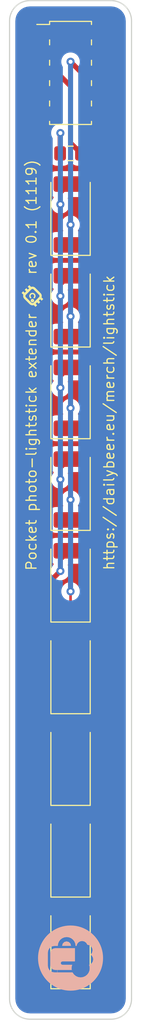
<source format=kicad_pcb>
(kicad_pcb (version 20171130) (host pcbnew 5.1.4-e60b266~84~ubuntu18.04.1)

  (general
    (thickness 1.6)
    (drawings 10)
    (tracks 82)
    (zones 0)
    (modules 13)
    (nets 10)
  )

  (page A4)
  (layers
    (0 F.Cu signal)
    (31 B.Cu signal)
    (32 B.Adhes user)
    (33 F.Adhes user)
    (34 B.Paste user)
    (35 F.Paste user)
    (36 B.SilkS user)
    (37 F.SilkS user)
    (38 B.Mask user)
    (39 F.Mask user)
    (40 Dwgs.User user)
    (41 Cmts.User user)
    (42 Eco1.User user)
    (43 Eco2.User user)
    (44 Edge.Cuts user)
    (45 Margin user)
    (46 B.CrtYd user)
    (47 F.CrtYd user)
    (48 B.Fab user)
    (49 F.Fab user)
  )

  (setup
    (last_trace_width 0.25)
    (user_trace_width 0.5)
    (trace_clearance 0.2)
    (zone_clearance 0.508)
    (zone_45_only no)
    (trace_min 0.2)
    (via_size 0.8)
    (via_drill 0.4)
    (via_min_size 0.4)
    (via_min_drill 0.3)
    (user_via 0.8 0.4)
    (uvia_size 0.3)
    (uvia_drill 0.1)
    (uvias_allowed no)
    (uvia_min_size 0.2)
    (uvia_min_drill 0.1)
    (edge_width 0.05)
    (segment_width 0.2)
    (pcb_text_width 0.3)
    (pcb_text_size 1.5 1.5)
    (mod_edge_width 0.12)
    (mod_text_size 1 1)
    (mod_text_width 0.15)
    (pad_size 1.524 1.524)
    (pad_drill 0.762)
    (pad_to_mask_clearance 0.051)
    (solder_mask_min_width 0.25)
    (aux_axis_origin 0 0)
    (visible_elements FFFFFF7F)
    (pcbplotparams
      (layerselection 0x010fc_ffffffff)
      (usegerberextensions false)
      (usegerberattributes false)
      (usegerberadvancedattributes false)
      (creategerberjobfile false)
      (excludeedgelayer true)
      (linewidth 0.100000)
      (plotframeref false)
      (viasonmask false)
      (mode 1)
      (useauxorigin false)
      (hpglpennumber 1)
      (hpglpenspeed 20)
      (hpglpendiameter 15.000000)
      (psnegative false)
      (psa4output false)
      (plotreference true)
      (plotvalue true)
      (plotinvisibletext false)
      (padsonsilk false)
      (subtractmaskfromsilk false)
      (outputformat 1)
      (mirror false)
      (drillshape 1)
      (scaleselection 1)
      (outputdirectory ""))
  )

  (net 0 "")
  (net 1 "Net-(D10-Pad2)")
  (net 2 "Net-(D10-Pad1)")
  (net 3 "Net-(J1-Pad1)")
  (net 4 "Net-(J1-Pad2)")
  (net 5 "Net-(J1-Pad7)")
  (net 6 "Net-(J1-Pad10)")
  (net 7 /+3v3)
  (net 8 "Net-(J1-Pad3)")
  (net 9 "Net-(J1-Pad4)")

  (net_class Default "This is the default net class."
    (clearance 0.2)
    (trace_width 0.25)
    (via_dia 0.8)
    (via_drill 0.4)
    (uvia_dia 0.3)
    (uvia_drill 0.1)
    (add_net /+3v3)
    (add_net "Net-(D10-Pad1)")
    (add_net "Net-(D10-Pad2)")
    (add_net "Net-(J1-Pad1)")
    (add_net "Net-(J1-Pad10)")
    (add_net "Net-(J1-Pad2)")
    (add_net "Net-(J1-Pad3)")
    (add_net "Net-(J1-Pad4)")
    (add_net "Net-(J1-Pad7)")
  )

  (module Shalnoff:dailybeer_logo_bw_inv (layer B.Cu) (tedit 5DC7F1D4) (tstamp 5DC893BD)
    (at 106 104 90)
    (descr "Imported from dailybeer_logo_bw_inv.svg")
    (tags svg2mod)
    (attr smd)
    (fp_text reference "dailybeer.eu logo" (at 0 6.248126 270) (layer F.SilkS) hide
      (effects (font (size 1.524 1.524) (thickness 0.3048)))
    )
    (fp_text value G*** (at 0 -6.248126 270) (layer F.SilkS) hide
      (effects (font (size 1.524 1.524) (thickness 0.3048)))
    )
    (fp_poly (pts (xy 1.196341 0.053649) (xy 1.196341 -0.834253) (xy 1.420996 -0.773906) (xy 1.580348 -0.61495)
      (xy 1.640907 -0.390509) (xy 1.580348 -0.16596) (xy 1.420996 -0.006805) (xy 1.196341 0.053649)) (layer B.SilkS) (width 0))
    (fp_poly (pts (xy -0.000235 3.2) (xy -1.633016 1.624102) (xy -1.452523 1.763627) (xy -1.239451 1.853558)
      (xy -1.002293 1.885377) (xy -0.828243 1.867767) (xy -0.660992 1.816566) (xy -0.552016 2.03165)
      (xy -0.366164 2.176625) (xy -0.131051 2.229867) (xy 0.052892 2.197738) (xy 0.213326 2.107254)
      (xy 0.336021 1.966485) (xy 0.525485 2.115832) (xy 0.760725 2.169263) (xy 0.966499 2.129032)
      (xy 1.137016 2.01896) (xy 1.255977 1.854513) (xy 1.307083 1.651156) (xy 1.49951 1.53493)
      (xy 1.627132 1.355275) (xy 1.67344 1.135329) (xy 1.636451 0.938148) (xy 1.534795 0.77218)
      (xy 1.381594 0.652108) (xy 1.189973 0.592617) (xy 1.189973 0.492371) (xy 1.421725 0.461311)
      (xy 1.629886 0.373628) (xy 1.806187 0.237567) (xy 1.942356 0.061374) (xy 2.030122 -0.146707)
      (xy 2.061216 -0.37843) (xy 2.030119 -0.610152) (xy 1.942351 -0.818232) (xy 1.806183 -0.994426)
      (xy 1.629884 -1.130487) (xy 1.421724 -1.218171) (xy 1.189973 -1.249231) (xy 1.189973 -1.574127)
      (xy 1.156416 -1.782207) (xy 1.062944 -1.962312) (xy 0.920359 -2.103948) (xy 0.739461 -2.196625)
      (xy 0.531051 -2.229849) (xy 0.478677 -2.229849) (xy 0.460331 -2.229849) (xy -0.709397 -2.229849)
      (xy -0.726677 -2.229849) (xy -0.744811 -2.229849) (xy -0.953214 -2.196625) (xy -1.134103 -2.103948)
      (xy -1.276681 -1.962312) (xy -1.370146 -1.782207) (xy -1.403701 -1.574127) (xy -1.403701 -1.310746)
      (xy -1.169035 -1.310746) (xy -1.169035 -1.528561) (xy -1.106069 -1.762006) (xy -0.940427 -1.927651)
      (xy -0.706987 -1.990618) (xy -0.67104 -1.990618) (xy 0.443605 -1.99063) (xy 0.516459 -1.99063)
      (xy 0.749314 -1.927664) (xy 0.913861 -1.762019) (xy 0.976235 -1.528574) (xy 0.976235 0.436311)
      (xy 0.443552 0.436311) (xy -0.301931 0.436779) (xy -0.337344 0.393941) (xy -0.328811 0.349739)
      (xy -0.328811 -0.799482) (xy -0.376619 -0.915037) (xy -0.492395 -0.962615) (xy -0.608187 -0.915024)
      (xy -0.655979 -0.799482) (xy -0.655979 0.171113) (xy -0.821347 0.121454) (xy -0.993195 0.104595)
      (xy -1.169077 0.122825) (xy -1.169077 -1.289777) (xy -1.403755 -1.289777) (xy -1.403755 0.197556)
      (xy -1.607149 0.338451) (xy -1.761575 0.525945) (xy -1.859666 0.748146) (xy -1.894059 0.993159)
      (xy -1.862279 1.230349) (xy -1.772433 1.443503) (xy -1.633016 1.624102) (xy -0.000235 3.2)
      (xy -0.262683 3.189377) (xy -0.519287 3.158086) (xy -0.769223 3.106953) (xy -1.011668 3.036799)
      (xy -1.245799 2.94845) (xy -1.47079 2.842728) (xy -1.685821 2.720458) (xy -1.890065 2.582462)
      (xy -2.082702 2.429565) (xy -2.262905 2.262591) (xy -2.429853 2.082362) (xy -2.582722 1.889703)
      (xy -2.720688 1.685437) (xy -2.842928 1.470388) (xy -2.948618 1.245379) (xy -3.036935 1.011235)
      (xy -3.107055 0.768778) (xy -3.158155 0.518833) (xy -3.189411 0.262223) (xy -3.2 -0.000228)
      (xy -3.189378 -0.262654) (xy -3.158094 -0.519237) (xy -3.10697 -0.769154) (xy -3.03683 -1.011581)
      (xy -2.948497 -1.245696) (xy -2.842794 -1.470674) (xy -2.720546 -1.685693) (xy -2.582575 -1.889929)
      (xy -2.429704 -2.082558) (xy -2.262757 -2.262758) (xy -2.082558 -2.429705) (xy -1.889929 -2.582576)
      (xy -1.685694 -2.720548) (xy -1.470675 -2.842796) (xy -1.245698 -2.948498) (xy -1.011584 -3.036831)
      (xy -0.769158 -3.106971) (xy -0.519242 -3.158095) (xy -0.26266 -3.189379) (xy -0.000235 -3.2)
      (xy 0.262217 -3.189411) (xy 0.518827 -3.158154) (xy 0.768773 -3.107054) (xy 1.011229 -3.036934)
      (xy 1.245374 -2.948617) (xy 1.470383 -2.842927) (xy 1.685432 -2.720688) (xy 1.889698 -2.582722)
      (xy 2.082358 -2.429853) (xy 2.262587 -2.262905) (xy 2.429562 -2.082701) (xy 2.582459 -1.890064)
      (xy 2.720454 -1.685819) (xy 2.842725 -1.470789) (xy 2.948447 -1.245796) (xy 3.036797 -1.011666)
      (xy 3.106951 -0.76922) (xy 3.158085 -0.519283) (xy 3.189376 -0.262678) (xy 3.2 -0.000228)
      (xy 3.189409 0.262247) (xy 3.158147 0.518879) (xy 3.107037 0.768844) (xy 3.036904 1.011319)
      (xy 2.94857 1.24548) (xy 2.842861 1.470503) (xy 2.720599 1.685564) (xy 2.582609 1.889839)
      (xy 2.429714 2.082505) (xy 2.262739 2.262737) (xy 2.082506 2.429713) (xy 1.88984 2.582608)
      (xy 1.685564 2.720598) (xy 1.470502 2.84286) (xy 1.245479 2.948569) (xy 1.011317 3.036903)
      (xy 0.768841 3.107036) (xy 0.518875 3.158146) (xy 0.262242 3.189409) (xy -0.000235 3.2)) (layer B.SilkS) (width 0))
  )

  (module LED_SMD:LED_2512_6332Metric_Pad1.52x3.35mm_HandSolder (layer F.Cu) (tedit 5B4B45C9) (tstamp 5DC821EA)
    (at 106 94 90)
    (descr "LED SMD 2512 (6332 Metric), square (rectangular) end terminal, IPC_7351 nominal, (Body size source: http://www.tortai-tech.com/upload/download/2011102023233369053.pdf), generated with kicad-footprint-generator")
    (tags "LED handsolder")
    (path /5DBBE1B7)
    (attr smd)
    (fp_text reference D11 (at 0 -2.62 90) (layer F.SilkS) hide
      (effects (font (size 1 1) (thickness 0.15)))
    )
    (fp_text value LED (at 0 2.62 90) (layer F.Fab) hide
      (effects (font (size 1 1) (thickness 0.15)))
    )
    (fp_text user %R (at 0 0 90) (layer F.Fab) hide
      (effects (font (size 1 1) (thickness 0.15)))
    )
    (fp_line (start 4 1.92) (end -4 1.92) (layer F.CrtYd) (width 0.05))
    (fp_line (start 4 -1.92) (end 4 1.92) (layer F.CrtYd) (width 0.05))
    (fp_line (start -4 -1.92) (end 4 -1.92) (layer F.CrtYd) (width 0.05))
    (fp_line (start -4 1.92) (end -4 -1.92) (layer F.CrtYd) (width 0.05))
    (fp_line (start -4.01 1.935) (end 3.15 1.935) (layer F.SilkS) (width 0.12))
    (fp_line (start -4.01 -1.935) (end -4.01 1.935) (layer F.SilkS) (width 0.12))
    (fp_line (start 3.15 -1.935) (end -4.01 -1.935) (layer F.SilkS) (width 0.12))
    (fp_line (start 3.15 1.6) (end 3.15 -1.6) (layer F.Fab) (width 0.1))
    (fp_line (start -3.15 1.6) (end 3.15 1.6) (layer F.Fab) (width 0.1))
    (fp_line (start -3.15 -0.8) (end -3.15 1.6) (layer F.Fab) (width 0.1))
    (fp_line (start -2.35 -1.6) (end -3.15 -0.8) (layer F.Fab) (width 0.1))
    (fp_line (start 3.15 -1.6) (end -2.35 -1.6) (layer F.Fab) (width 0.1))
    (pad 2 smd roundrect (at 2.9875 0 90) (size 1.525 3.35) (layers F.Cu F.Paste F.Mask) (roundrect_rratio 0.163934)
      (net 1 "Net-(D10-Pad2)"))
    (pad 1 smd roundrect (at -2.9875 0 90) (size 1.525 3.35) (layers F.Cu F.Paste F.Mask) (roundrect_rratio 0.163934)
      (net 2 "Net-(D10-Pad1)"))
    (model ${KISYS3DMOD}/LED_SMD.3dshapes/LED_2512_6332Metric.wrl
      (at (xyz 0 0 0))
      (scale (xyz 1 1 1))
      (rotate (xyz 0 0 0))
    )
  )

  (module Shalnoff:ce_logo_2mm (layer F.Cu) (tedit 5DC7F32E) (tstamp 5DC88D7B)
    (at 102.25 39 90)
    (descr "Imported from ce_logo.svg")
    (tags svg2mod)
    (attr smd)
    (fp_text reference "copyleft electronics logo" (at 0 -4.114755 90) (layer F.SilkS) hide
      (effects (font (size 1.524 1.524) (thickness 0.3048)))
    )
    (fp_text value G*** (at 0 4.114755 90) (layer F.SilkS) hide
      (effects (font (size 1.524 1.524) (thickness 0.3048)))
    )
    (fp_circle (center -0.45 0) (end -0.43 0) (layer F.SilkS) (width 0.15))
    (fp_poly (pts (xy -0.218821 -0.223565) (xy -0.239195 -0.174338) (xy -0.218821 -0.125122) (xy -0.169648 -0.104695)
      (xy -0.120475 -0.125122) (xy -0.062506 -0.163816) (xy 0.003104 -0.176714) (xy 0.068714 -0.163816)
      (xy 0.126683 -0.125122) (xy 0.165353 -0.067179) (xy 0.178203 -0.001625) (xy 0.165293 0.06393)
      (xy 0.126683 0.121874) (xy 0.068728 0.16058) (xy 0.003147 0.173504) (xy -0.062434 0.160633)
      (xy -0.120389 0.121954) (xy -0.169989 0.100311) (xy -0.220229 0.120642) (xy -0.240603 0.170829)
      (xy -0.218843 0.220482) (xy -0.162242 0.265291) (xy -0.098832 0.295148) (xy -0.031336 0.310057)
      (xy 0.037522 0.310026) (xy 0.105018 0.29506) (xy 0.168429 0.265166) (xy 0.225029 0.220349)
      (xy 0.269857 0.163748) (xy 0.299756 0.100338) (xy 0.31472 0.032843) (xy 0.314738 -0.036015)
      (xy 0.299801 -0.103511) (xy 0.269901 -0.166921) (xy 0.225029 -0.223521) (xy 0.158242 -0.274347)
      (xy 0.082793 -0.30483) (xy 0.003013 -0.314988) (xy -0.076788 -0.304833) (xy -0.152243 -0.274352)
      (xy -0.219024 -0.223521) (xy -0.219024 -0.223535) (xy -0.218821 -0.223565)) (layer F.SilkS) (width 0))
    (fp_poly (pts (xy -0.802992 -0.271406) (xy -0.841699 -0.226109) (xy -0.872325 -0.176579) (xy -0.893059 -0.129407)
      (xy -0.906992 -0.080291) (xy -0.914459 -0.02943) (xy -0.915525 0.019943) (xy -0.909299 0.076015)
      (xy -0.894512 0.130787) (xy -0.894416 0.13088) (xy -1.066661 0.302966) (xy -0.905787 0.464013)
      (xy -0.760699 0.318914) (xy -0.616005 0.463613) (xy -0.761019 0.608779) (xy -0.600133 0.769664)
      (xy -0.455045 0.624565) (xy -0.318672 0.760784) (xy -0.46392 0.90587) (xy -0.303045 1.066755)
      (xy -0.132432 0.896295) (xy -0.074848 0.912534) (xy -0.01576 0.919773) (xy 0.033453 0.918826)
      (xy 0.082267 0.911879) (xy 0.134547 0.897097) (xy 0.184667 0.874866) (xy 0.232187 0.844901)
      (xy 0.275867 0.807367) (xy 0.536197 0.547024) (xy 0.375323 0.386151) (xy 0.114992 0.646481)
      (xy 0.067952 0.679804) (xy -0.003088 0.69446) (xy -0.053541 0.68422) (xy -0.111035 0.646438)
      (xy -0.642341 0.115472) (xy -0.679568 0.059024) (xy -0.690341 -0.000773) (xy -0.678821 -0.056187)
      (xy -0.642448 -0.110587) (xy -0.111077 -0.641793) (xy -0.057741 -0.67779) (xy 0.002011 -0.689772)
      (xy 0.061643 -0.677794) (xy 0.114907 -0.641793) (xy 0.645947 -0.110601) (xy 0.681975 -0.05726)
      (xy 0.693936 0.002441) (xy 0.681881 0.06214) (xy 0.645861 0.115475) (xy 0.375248 0.386085)
      (xy 0.536123 0.546971) (xy 0.806747 0.276362) (xy 0.854941 0.217548) (xy 0.889793 0.152239)
      (xy 0.911299 0.082522) (xy 0.919455 0.010486) (xy 0.914259 -0.06178) (xy 0.895707 -0.132188)
      (xy 1.066661 -0.30314) (xy 0.905787 -0.464013) (xy 0.760101 -0.318169) (xy 0.623803 -0.454452)
      (xy 0.769573 -0.600231) (xy 0.608688 -0.761104) (xy 0.462843 -0.615419) (xy 0.318139 -0.760277)
      (xy 0.46392 -0.90587) (xy 0.302864 -1.066755) (xy 0.129861 -0.893909) (xy 0.066675 -0.910033)
      (xy 0.001968 -0.915413) (xy -0.072205 -0.908372) (xy -0.144097 -0.887241) (xy -0.211448 -0.852012)
      (xy -0.271995 -0.802676) (xy -0.803376 -0.27147) (xy -0.803365 -0.27147) (xy -0.802992 -0.271406)) (layer F.SilkS) (width 0))
  )

  (module LED_SMD:LED_2512_6332Metric_Pad1.52x3.35mm_HandSolder (layer F.Cu) (tedit 5B4B45C9) (tstamp 5DC821B4)
    (at 106 31 90)
    (descr "LED SMD 2512 (6332 Metric), square (rectangular) end terminal, IPC_7351 nominal, (Body size source: http://www.tortai-tech.com/upload/download/2011102023233369053.pdf), generated with kicad-footprint-generator")
    (tags "LED handsolder")
    (path /5DBBA50D)
    (attr smd)
    (fp_text reference D4 (at 0 -2.62 90) (layer F.SilkS) hide
      (effects (font (size 1 1) (thickness 0.15)))
    )
    (fp_text value LED (at 0 2.62 90) (layer F.Fab) hide
      (effects (font (size 1 1) (thickness 0.15)))
    )
    (fp_line (start 3.15 -1.6) (end -2.35 -1.6) (layer F.Fab) (width 0.1))
    (fp_line (start -2.35 -1.6) (end -3.15 -0.8) (layer F.Fab) (width 0.1))
    (fp_line (start -3.15 -0.8) (end -3.15 1.6) (layer F.Fab) (width 0.1))
    (fp_line (start -3.15 1.6) (end 3.15 1.6) (layer F.Fab) (width 0.1))
    (fp_line (start 3.15 1.6) (end 3.15 -1.6) (layer F.Fab) (width 0.1))
    (fp_line (start 3.15 -1.935) (end -4.01 -1.935) (layer F.SilkS) (width 0.12))
    (fp_line (start -4.01 -1.935) (end -4.01 1.935) (layer F.SilkS) (width 0.12))
    (fp_line (start -4.01 1.935) (end 3.15 1.935) (layer F.SilkS) (width 0.12))
    (fp_line (start -4 1.92) (end -4 -1.92) (layer F.CrtYd) (width 0.05))
    (fp_line (start -4 -1.92) (end 4 -1.92) (layer F.CrtYd) (width 0.05))
    (fp_line (start 4 -1.92) (end 4 1.92) (layer F.CrtYd) (width 0.05))
    (fp_line (start 4 1.92) (end -4 1.92) (layer F.CrtYd) (width 0.05))
    (fp_text user %R (at 0 0 90) (layer F.Fab) hide
      (effects (font (size 1 1) (thickness 0.15)))
    )
    (pad 1 smd roundrect (at -2.9875 0 90) (size 1.525 3.35) (layers F.Cu F.Paste F.Mask) (roundrect_rratio 0.163934)
      (net 2 "Net-(D10-Pad1)"))
    (pad 2 smd roundrect (at 2.9875 0 90) (size 1.525 3.35) (layers F.Cu F.Paste F.Mask) (roundrect_rratio 0.163934)
      (net 1 "Net-(D10-Pad2)"))
    (model ${KISYS3DMOD}/LED_SMD.3dshapes/LED_2512_6332Metric.wrl
      (at (xyz 0 0 0))
      (scale (xyz 1 1 1))
      (rotate (xyz 0 0 0))
    )
  )

  (module LED_SMD:LED_2512_6332Metric_Pad1.52x3.35mm_HandSolder (layer F.Cu) (tedit 5B4B45C9) (tstamp 5DC8217E)
    (at 106 40 90)
    (descr "LED SMD 2512 (6332 Metric), square (rectangular) end terminal, IPC_7351 nominal, (Body size source: http://www.tortai-tech.com/upload/download/2011102023233369053.pdf), generated with kicad-footprint-generator")
    (tags "LED handsolder")
    (path /5DBBA842)
    (attr smd)
    (fp_text reference D5 (at 0 -2.62 90) (layer F.SilkS) hide
      (effects (font (size 1 1) (thickness 0.15)))
    )
    (fp_text value LED (at 0 2.62 90) (layer F.Fab) hide
      (effects (font (size 1 1) (thickness 0.15)))
    )
    (fp_text user %R (at 0 0 90) (layer F.Fab) hide
      (effects (font (size 1 1) (thickness 0.15)))
    )
    (fp_line (start 4 1.92) (end -4 1.92) (layer F.CrtYd) (width 0.05))
    (fp_line (start 4 -1.92) (end 4 1.92) (layer F.CrtYd) (width 0.05))
    (fp_line (start -4 -1.92) (end 4 -1.92) (layer F.CrtYd) (width 0.05))
    (fp_line (start -4 1.92) (end -4 -1.92) (layer F.CrtYd) (width 0.05))
    (fp_line (start -4.01 1.935) (end 3.15 1.935) (layer F.SilkS) (width 0.12))
    (fp_line (start -4.01 -1.935) (end -4.01 1.935) (layer F.SilkS) (width 0.12))
    (fp_line (start 3.15 -1.935) (end -4.01 -1.935) (layer F.SilkS) (width 0.12))
    (fp_line (start 3.15 1.6) (end 3.15 -1.6) (layer F.Fab) (width 0.1))
    (fp_line (start -3.15 1.6) (end 3.15 1.6) (layer F.Fab) (width 0.1))
    (fp_line (start -3.15 -0.8) (end -3.15 1.6) (layer F.Fab) (width 0.1))
    (fp_line (start -2.35 -1.6) (end -3.15 -0.8) (layer F.Fab) (width 0.1))
    (fp_line (start 3.15 -1.6) (end -2.35 -1.6) (layer F.Fab) (width 0.1))
    (pad 2 smd roundrect (at 2.9875 0 90) (size 1.525 3.35) (layers F.Cu F.Paste F.Mask) (roundrect_rratio 0.163934)
      (net 1 "Net-(D10-Pad2)"))
    (pad 1 smd roundrect (at -2.9875 0 90) (size 1.525 3.35) (layers F.Cu F.Paste F.Mask) (roundrect_rratio 0.163934)
      (net 2 "Net-(D10-Pad1)"))
    (model ${KISYS3DMOD}/LED_SMD.3dshapes/LED_2512_6332Metric.wrl
      (at (xyz 0 0 0))
      (scale (xyz 1 1 1))
      (rotate (xyz 0 0 0))
    )
  )

  (module LED_SMD:LED_2512_6332Metric_Pad1.52x3.35mm_HandSolder (layer F.Cu) (tedit 5B4B45C9) (tstamp 5DC82148)
    (at 106 49 90)
    (descr "LED SMD 2512 (6332 Metric), square (rectangular) end terminal, IPC_7351 nominal, (Body size source: http://www.tortai-tech.com/upload/download/2011102023233369053.pdf), generated with kicad-footprint-generator")
    (tags "LED handsolder")
    (path /5DBBAA77)
    (attr smd)
    (fp_text reference D6 (at 0 -2.62 90) (layer F.SilkS) hide
      (effects (font (size 1 1) (thickness 0.15)))
    )
    (fp_text value LED (at 0 2.62 90) (layer F.Fab) hide
      (effects (font (size 1 1) (thickness 0.15)))
    )
    (fp_line (start 3.15 -1.6) (end -2.35 -1.6) (layer F.Fab) (width 0.1))
    (fp_line (start -2.35 -1.6) (end -3.15 -0.8) (layer F.Fab) (width 0.1))
    (fp_line (start -3.15 -0.8) (end -3.15 1.6) (layer F.Fab) (width 0.1))
    (fp_line (start -3.15 1.6) (end 3.15 1.6) (layer F.Fab) (width 0.1))
    (fp_line (start 3.15 1.6) (end 3.15 -1.6) (layer F.Fab) (width 0.1))
    (fp_line (start 3.15 -1.935) (end -4.01 -1.935) (layer F.SilkS) (width 0.12))
    (fp_line (start -4.01 -1.935) (end -4.01 1.935) (layer F.SilkS) (width 0.12))
    (fp_line (start -4.01 1.935) (end 3.15 1.935) (layer F.SilkS) (width 0.12))
    (fp_line (start -4 1.92) (end -4 -1.92) (layer F.CrtYd) (width 0.05))
    (fp_line (start -4 -1.92) (end 4 -1.92) (layer F.CrtYd) (width 0.05))
    (fp_line (start 4 -1.92) (end 4 1.92) (layer F.CrtYd) (width 0.05))
    (fp_line (start 4 1.92) (end -4 1.92) (layer F.CrtYd) (width 0.05))
    (fp_text user %R (at 0 0 90) (layer F.Fab) hide
      (effects (font (size 1 1) (thickness 0.15)))
    )
    (pad 1 smd roundrect (at -2.9875 0 90) (size 1.525 3.35) (layers F.Cu F.Paste F.Mask) (roundrect_rratio 0.163934)
      (net 2 "Net-(D10-Pad1)"))
    (pad 2 smd roundrect (at 2.9875 0 90) (size 1.525 3.35) (layers F.Cu F.Paste F.Mask) (roundrect_rratio 0.163934)
      (net 1 "Net-(D10-Pad2)"))
    (model ${KISYS3DMOD}/LED_SMD.3dshapes/LED_2512_6332Metric.wrl
      (at (xyz 0 0 0))
      (scale (xyz 1 1 1))
      (rotate (xyz 0 0 0))
    )
  )

  (module LED_SMD:LED_2512_6332Metric_Pad1.52x3.35mm_HandSolder (layer F.Cu) (tedit 5B4B45C9) (tstamp 5DC82112)
    (at 106 58 90)
    (descr "LED SMD 2512 (6332 Metric), square (rectangular) end terminal, IPC_7351 nominal, (Body size source: http://www.tortai-tech.com/upload/download/2011102023233369053.pdf), generated with kicad-footprint-generator")
    (tags "LED handsolder")
    (path /5DBBAD6A)
    (attr smd)
    (fp_text reference D7 (at 0 -2.62 90) (layer F.SilkS) hide
      (effects (font (size 1 1) (thickness 0.15)))
    )
    (fp_text value LED (at 0 2.62 90) (layer F.Fab) hide
      (effects (font (size 1 1) (thickness 0.15)))
    )
    (fp_text user %R (at 0 0 90) (layer F.Fab) hide
      (effects (font (size 1 1) (thickness 0.15)))
    )
    (fp_line (start 4 1.92) (end -4 1.92) (layer F.CrtYd) (width 0.05))
    (fp_line (start 4 -1.92) (end 4 1.92) (layer F.CrtYd) (width 0.05))
    (fp_line (start -4 -1.92) (end 4 -1.92) (layer F.CrtYd) (width 0.05))
    (fp_line (start -4 1.92) (end -4 -1.92) (layer F.CrtYd) (width 0.05))
    (fp_line (start -4.01 1.935) (end 3.15 1.935) (layer F.SilkS) (width 0.12))
    (fp_line (start -4.01 -1.935) (end -4.01 1.935) (layer F.SilkS) (width 0.12))
    (fp_line (start 3.15 -1.935) (end -4.01 -1.935) (layer F.SilkS) (width 0.12))
    (fp_line (start 3.15 1.6) (end 3.15 -1.6) (layer F.Fab) (width 0.1))
    (fp_line (start -3.15 1.6) (end 3.15 1.6) (layer F.Fab) (width 0.1))
    (fp_line (start -3.15 -0.8) (end -3.15 1.6) (layer F.Fab) (width 0.1))
    (fp_line (start -2.35 -1.6) (end -3.15 -0.8) (layer F.Fab) (width 0.1))
    (fp_line (start 3.15 -1.6) (end -2.35 -1.6) (layer F.Fab) (width 0.1))
    (pad 2 smd roundrect (at 2.9875 0 90) (size 1.525 3.35) (layers F.Cu F.Paste F.Mask) (roundrect_rratio 0.163934)
      (net 1 "Net-(D10-Pad2)"))
    (pad 1 smd roundrect (at -2.9875 0 90) (size 1.525 3.35) (layers F.Cu F.Paste F.Mask) (roundrect_rratio 0.163934)
      (net 2 "Net-(D10-Pad1)"))
    (model ${KISYS3DMOD}/LED_SMD.3dshapes/LED_2512_6332Metric.wrl
      (at (xyz 0 0 0))
      (scale (xyz 1 1 1))
      (rotate (xyz 0 0 0))
    )
  )

  (module LED_SMD:LED_2512_6332Metric_Pad1.52x3.35mm_HandSolder (layer F.Cu) (tedit 5B4B45C9) (tstamp 5DC82256)
    (at 106 67 90)
    (descr "LED SMD 2512 (6332 Metric), square (rectangular) end terminal, IPC_7351 nominal, (Body size source: http://www.tortai-tech.com/upload/download/2011102023233369053.pdf), generated with kicad-footprint-generator")
    (tags "LED handsolder")
    (path /5DBBB05D)
    (attr smd)
    (fp_text reference D8 (at 0 -2.62 90) (layer F.SilkS) hide
      (effects (font (size 1 1) (thickness 0.15)))
    )
    (fp_text value LED (at 0 2.62 90) (layer F.Fab) hide
      (effects (font (size 1 1) (thickness 0.15)))
    )
    (fp_line (start 3.15 -1.6) (end -2.35 -1.6) (layer F.Fab) (width 0.1))
    (fp_line (start -2.35 -1.6) (end -3.15 -0.8) (layer F.Fab) (width 0.1))
    (fp_line (start -3.15 -0.8) (end -3.15 1.6) (layer F.Fab) (width 0.1))
    (fp_line (start -3.15 1.6) (end 3.15 1.6) (layer F.Fab) (width 0.1))
    (fp_line (start 3.15 1.6) (end 3.15 -1.6) (layer F.Fab) (width 0.1))
    (fp_line (start 3.15 -1.935) (end -4.01 -1.935) (layer F.SilkS) (width 0.12))
    (fp_line (start -4.01 -1.935) (end -4.01 1.935) (layer F.SilkS) (width 0.12))
    (fp_line (start -4.01 1.935) (end 3.15 1.935) (layer F.SilkS) (width 0.12))
    (fp_line (start -4 1.92) (end -4 -1.92) (layer F.CrtYd) (width 0.05))
    (fp_line (start -4 -1.92) (end 4 -1.92) (layer F.CrtYd) (width 0.05))
    (fp_line (start 4 -1.92) (end 4 1.92) (layer F.CrtYd) (width 0.05))
    (fp_line (start 4 1.92) (end -4 1.92) (layer F.CrtYd) (width 0.05))
    (fp_text user %R (at 0 0 90) (layer F.Fab) hide
      (effects (font (size 1 1) (thickness 0.15)))
    )
    (pad 1 smd roundrect (at -2.9875 0 90) (size 1.525 3.35) (layers F.Cu F.Paste F.Mask) (roundrect_rratio 0.163934)
      (net 2 "Net-(D10-Pad1)"))
    (pad 2 smd roundrect (at 2.9875 0 90) (size 1.525 3.35) (layers F.Cu F.Paste F.Mask) (roundrect_rratio 0.163934)
      (net 1 "Net-(D10-Pad2)"))
    (model ${KISYS3DMOD}/LED_SMD.3dshapes/LED_2512_6332Metric.wrl
      (at (xyz 0 0 0))
      (scale (xyz 1 1 1))
      (rotate (xyz 0 0 0))
    )
  )

  (module LED_SMD:LED_2512_6332Metric_Pad1.52x3.35mm_HandSolder (layer F.Cu) (tedit 5B4B45C9) (tstamp 5DC822C2)
    (at 106 103 90)
    (descr "LED SMD 2512 (6332 Metric), square (rectangular) end terminal, IPC_7351 nominal, (Body size source: http://www.tortai-tech.com/upload/download/2011102023233369053.pdf), generated with kicad-footprint-generator")
    (tags "LED handsolder")
    (path /5DBBB3AD)
    (attr smd)
    (fp_text reference D9 (at 0 -2.62 90) (layer F.SilkS) hide
      (effects (font (size 1 1) (thickness 0.15)))
    )
    (fp_text value LED (at 0 2.62 90) (layer F.Fab) hide
      (effects (font (size 1 1) (thickness 0.15)))
    )
    (fp_text user %R (at 0 0 90) (layer F.Fab) hide
      (effects (font (size 1 1) (thickness 0.15)))
    )
    (fp_line (start 4 1.92) (end -4 1.92) (layer F.CrtYd) (width 0.05))
    (fp_line (start 4 -1.92) (end 4 1.92) (layer F.CrtYd) (width 0.05))
    (fp_line (start -4 -1.92) (end 4 -1.92) (layer F.CrtYd) (width 0.05))
    (fp_line (start -4 1.92) (end -4 -1.92) (layer F.CrtYd) (width 0.05))
    (fp_line (start -4.01 1.935) (end 3.15 1.935) (layer F.SilkS) (width 0.12))
    (fp_line (start -4.01 -1.935) (end -4.01 1.935) (layer F.SilkS) (width 0.12))
    (fp_line (start 3.15 -1.935) (end -4.01 -1.935) (layer F.SilkS) (width 0.12))
    (fp_line (start 3.15 1.6) (end 3.15 -1.6) (layer F.Fab) (width 0.1))
    (fp_line (start -3.15 1.6) (end 3.15 1.6) (layer F.Fab) (width 0.1))
    (fp_line (start -3.15 -0.8) (end -3.15 1.6) (layer F.Fab) (width 0.1))
    (fp_line (start -2.35 -1.6) (end -3.15 -0.8) (layer F.Fab) (width 0.1))
    (fp_line (start 3.15 -1.6) (end -2.35 -1.6) (layer F.Fab) (width 0.1))
    (pad 2 smd roundrect (at 2.9875 0 90) (size 1.525 3.35) (layers F.Cu F.Paste F.Mask) (roundrect_rratio 0.163934)
      (net 1 "Net-(D10-Pad2)"))
    (pad 1 smd roundrect (at -2.9875 0 90) (size 1.525 3.35) (layers F.Cu F.Paste F.Mask) (roundrect_rratio 0.163934)
      (net 2 "Net-(D10-Pad1)"))
    (model ${KISYS3DMOD}/LED_SMD.3dshapes/LED_2512_6332Metric.wrl
      (at (xyz 0 0 0))
      (scale (xyz 1 1 1))
      (rotate (xyz 0 0 0))
    )
  )

  (module LED_SMD:LED_2512_6332Metric_Pad1.52x3.35mm_HandSolder (layer F.Cu) (tedit 5B4B45C9) (tstamp 5DC82220)
    (at 106 76 90)
    (descr "LED SMD 2512 (6332 Metric), square (rectangular) end terminal, IPC_7351 nominal, (Body size source: http://www.tortai-tech.com/upload/download/2011102023233369053.pdf), generated with kicad-footprint-generator")
    (tags "LED handsolder")
    (path /5DBBB570)
    (attr smd)
    (fp_text reference D10 (at 0 -2.62 90) (layer F.SilkS) hide
      (effects (font (size 1 1) (thickness 0.15)))
    )
    (fp_text value LED (at 0 2.62 90) (layer F.Fab) hide
      (effects (font (size 1 1) (thickness 0.15)))
    )
    (fp_line (start 3.15 -1.6) (end -2.35 -1.6) (layer F.Fab) (width 0.1))
    (fp_line (start -2.35 -1.6) (end -3.15 -0.8) (layer F.Fab) (width 0.1))
    (fp_line (start -3.15 -0.8) (end -3.15 1.6) (layer F.Fab) (width 0.1))
    (fp_line (start -3.15 1.6) (end 3.15 1.6) (layer F.Fab) (width 0.1))
    (fp_line (start 3.15 1.6) (end 3.15 -1.6) (layer F.Fab) (width 0.1))
    (fp_line (start 3.15 -1.935) (end -4.01 -1.935) (layer F.SilkS) (width 0.12))
    (fp_line (start -4.01 -1.935) (end -4.01 1.935) (layer F.SilkS) (width 0.12))
    (fp_line (start -4.01 1.935) (end 3.15 1.935) (layer F.SilkS) (width 0.12))
    (fp_line (start -4 1.92) (end -4 -1.92) (layer F.CrtYd) (width 0.05))
    (fp_line (start -4 -1.92) (end 4 -1.92) (layer F.CrtYd) (width 0.05))
    (fp_line (start 4 -1.92) (end 4 1.92) (layer F.CrtYd) (width 0.05))
    (fp_line (start 4 1.92) (end -4 1.92) (layer F.CrtYd) (width 0.05))
    (fp_text user %R (at 0 0 90) (layer F.Fab) hide
      (effects (font (size 1 1) (thickness 0.15)))
    )
    (pad 1 smd roundrect (at -2.9875 0 90) (size 1.525 3.35) (layers F.Cu F.Paste F.Mask) (roundrect_rratio 0.163934)
      (net 2 "Net-(D10-Pad1)"))
    (pad 2 smd roundrect (at 2.9875 0 90) (size 1.525 3.35) (layers F.Cu F.Paste F.Mask) (roundrect_rratio 0.163934)
      (net 1 "Net-(D10-Pad2)"))
    (model ${KISYS3DMOD}/LED_SMD.3dshapes/LED_2512_6332Metric.wrl
      (at (xyz 0 0 0))
      (scale (xyz 1 1 1))
      (rotate (xyz 0 0 0))
    )
  )

  (module LED_SMD:LED_2512_6332Metric_Pad1.52x3.35mm_HandSolder (layer F.Cu) (tedit 5B4B45C9) (tstamp 5DC8228C)
    (at 106 85 90)
    (descr "LED SMD 2512 (6332 Metric), square (rectangular) end terminal, IPC_7351 nominal, (Body size source: http://www.tortai-tech.com/upload/download/2011102023233369053.pdf), generated with kicad-footprint-generator")
    (tags "LED handsolder")
    (path /5DE5D3FE)
    (attr smd)
    (fp_text reference D12 (at 0 -2.62 90) (layer F.SilkS) hide
      (effects (font (size 1 1) (thickness 0.15)))
    )
    (fp_text value LED (at 0 2.62 90) (layer F.Fab) hide
      (effects (font (size 1 1) (thickness 0.15)))
    )
    (fp_line (start 3.15 -1.6) (end -2.35 -1.6) (layer F.Fab) (width 0.1))
    (fp_line (start -2.35 -1.6) (end -3.15 -0.8) (layer F.Fab) (width 0.1))
    (fp_line (start -3.15 -0.8) (end -3.15 1.6) (layer F.Fab) (width 0.1))
    (fp_line (start -3.15 1.6) (end 3.15 1.6) (layer F.Fab) (width 0.1))
    (fp_line (start 3.15 1.6) (end 3.15 -1.6) (layer F.Fab) (width 0.1))
    (fp_line (start 3.15 -1.935) (end -4.01 -1.935) (layer F.SilkS) (width 0.12))
    (fp_line (start -4.01 -1.935) (end -4.01 1.935) (layer F.SilkS) (width 0.12))
    (fp_line (start -4.01 1.935) (end 3.15 1.935) (layer F.SilkS) (width 0.12))
    (fp_line (start -4 1.92) (end -4 -1.92) (layer F.CrtYd) (width 0.05))
    (fp_line (start -4 -1.92) (end 4 -1.92) (layer F.CrtYd) (width 0.05))
    (fp_line (start 4 -1.92) (end 4 1.92) (layer F.CrtYd) (width 0.05))
    (fp_line (start 4 1.92) (end -4 1.92) (layer F.CrtYd) (width 0.05))
    (fp_text user %R (at 0 0 90) (layer F.Fab) hide
      (effects (font (size 1 1) (thickness 0.15)))
    )
    (pad 1 smd roundrect (at -2.9875 0 90) (size 1.525 3.35) (layers F.Cu F.Paste F.Mask) (roundrect_rratio 0.163934)
      (net 2 "Net-(D10-Pad1)"))
    (pad 2 smd roundrect (at 2.9875 0 90) (size 1.525 3.35) (layers F.Cu F.Paste F.Mask) (roundrect_rratio 0.163934)
      (net 1 "Net-(D10-Pad2)"))
    (model ${KISYS3DMOD}/LED_SMD.3dshapes/LED_2512_6332Metric.wrl
      (at (xyz 0 0 0))
      (scale (xyz 1 1 1))
      (rotate (xyz 0 0 0))
    )
  )

  (module Resistor_SMD:R_0805_2012Metric_Pad1.15x1.40mm_HandSolder (layer F.Cu) (tedit 5B36C52B) (tstamp 5DC804EC)
    (at 106 25)
    (descr "Resistor SMD 0805 (2012 Metric), square (rectangular) end terminal, IPC_7351 nominal with elongated pad for handsoldering. (Body size source: https://docs.google.com/spreadsheets/d/1BsfQQcO9C6DZCsRaXUlFlo91Tg2WpOkGARC1WS5S8t0/edit?usp=sharing), generated with kicad-footprint-generator")
    (tags "resistor handsolder")
    (path /5DC54CBB)
    (attr smd)
    (fp_text reference R12 (at 0 -1.65) (layer F.SilkS) hide
      (effects (font (size 1 1) (thickness 0.15)))
    )
    (fp_text value 1R (at 0 1.65) (layer F.Fab) hide
      (effects (font (size 1 1) (thickness 0.15)))
    )
    (fp_line (start -1 0.6) (end -1 -0.6) (layer F.Fab) (width 0.1))
    (fp_line (start -1 -0.6) (end 1 -0.6) (layer F.Fab) (width 0.1))
    (fp_line (start 1 -0.6) (end 1 0.6) (layer F.Fab) (width 0.1))
    (fp_line (start 1 0.6) (end -1 0.6) (layer F.Fab) (width 0.1))
    (fp_line (start -0.261252 -0.71) (end 0.261252 -0.71) (layer F.SilkS) (width 0.12))
    (fp_line (start -0.261252 0.71) (end 0.261252 0.71) (layer F.SilkS) (width 0.12))
    (fp_line (start -1.85 0.95) (end -1.85 -0.95) (layer F.CrtYd) (width 0.05))
    (fp_line (start -1.85 -0.95) (end 1.85 -0.95) (layer F.CrtYd) (width 0.05))
    (fp_line (start 1.85 -0.95) (end 1.85 0.95) (layer F.CrtYd) (width 0.05))
    (fp_line (start 1.85 0.95) (end -1.85 0.95) (layer F.CrtYd) (width 0.05))
    (fp_text user %R (at 0 0) (layer F.Fab) hide
      (effects (font (size 0.5 0.5) (thickness 0.08)))
    )
    (pad 1 smd roundrect (at -1.025 0) (size 1.15 1.4) (layers F.Cu F.Paste F.Mask) (roundrect_rratio 0.217391)
      (net 1 "Net-(D10-Pad2)"))
    (pad 2 smd roundrect (at 1.025 0) (size 1.15 1.4) (layers F.Cu F.Paste F.Mask) (roundrect_rratio 0.217391)
      (net 7 /+3v3))
    (model ${KISYS3DMOD}/Resistor_SMD.3dshapes/R_0805_2012Metric.wrl
      (at (xyz 0 0 0))
      (scale (xyz 1 1 1))
      (rotate (xyz 0 0 0))
    )
  )

  (module Connector_PinHeader_2.00mm:PinHeader_2x05_P2.00mm_Vertical_SMD (layer F.Cu) (tedit 59FED667) (tstamp 5DC81F9C)
    (at 106 17.1)
    (descr "surface-mounted straight pin header, 2x05, 2.00mm pitch, double rows")
    (tags "Surface mounted pin header SMD 2x05 2.00mm double row")
    (path /5DC8206E)
    (attr smd)
    (fp_text reference J1 (at 0 -6.06) (layer F.SilkS) hide
      (effects (font (size 1 1) (thickness 0.15)))
    )
    (fp_text value CONN_05X2NO_SILK (at 0 6.06) (layer F.Fab) hide
      (effects (font (size 1 1) (thickness 0.15)))
    )
    (fp_line (start 2 5) (end -2 5) (layer F.Fab) (width 0.1))
    (fp_line (start -1.25 -5) (end 2 -5) (layer F.Fab) (width 0.1))
    (fp_line (start -2 5) (end -2 -4.25) (layer F.Fab) (width 0.1))
    (fp_line (start -2 -4.25) (end -1.25 -5) (layer F.Fab) (width 0.1))
    (fp_line (start 2 -5) (end 2 5) (layer F.Fab) (width 0.1))
    (fp_line (start -2 -4.25) (end -2.875 -4.25) (layer F.Fab) (width 0.1))
    (fp_line (start -2.875 -4.25) (end -2.875 -3.75) (layer F.Fab) (width 0.1))
    (fp_line (start -2.875 -3.75) (end -2 -3.75) (layer F.Fab) (width 0.1))
    (fp_line (start 2 -4.25) (end 2.875 -4.25) (layer F.Fab) (width 0.1))
    (fp_line (start 2.875 -4.25) (end 2.875 -3.75) (layer F.Fab) (width 0.1))
    (fp_line (start 2.875 -3.75) (end 2 -3.75) (layer F.Fab) (width 0.1))
    (fp_line (start -2 -2.25) (end -2.875 -2.25) (layer F.Fab) (width 0.1))
    (fp_line (start -2.875 -2.25) (end -2.875 -1.75) (layer F.Fab) (width 0.1))
    (fp_line (start -2.875 -1.75) (end -2 -1.75) (layer F.Fab) (width 0.1))
    (fp_line (start 2 -2.25) (end 2.875 -2.25) (layer F.Fab) (width 0.1))
    (fp_line (start 2.875 -2.25) (end 2.875 -1.75) (layer F.Fab) (width 0.1))
    (fp_line (start 2.875 -1.75) (end 2 -1.75) (layer F.Fab) (width 0.1))
    (fp_line (start -2 -0.25) (end -2.875 -0.25) (layer F.Fab) (width 0.1))
    (fp_line (start -2.875 -0.25) (end -2.875 0.25) (layer F.Fab) (width 0.1))
    (fp_line (start -2.875 0.25) (end -2 0.25) (layer F.Fab) (width 0.1))
    (fp_line (start 2 -0.25) (end 2.875 -0.25) (layer F.Fab) (width 0.1))
    (fp_line (start 2.875 -0.25) (end 2.875 0.25) (layer F.Fab) (width 0.1))
    (fp_line (start 2.875 0.25) (end 2 0.25) (layer F.Fab) (width 0.1))
    (fp_line (start -2 1.75) (end -2.875 1.75) (layer F.Fab) (width 0.1))
    (fp_line (start -2.875 1.75) (end -2.875 2.25) (layer F.Fab) (width 0.1))
    (fp_line (start -2.875 2.25) (end -2 2.25) (layer F.Fab) (width 0.1))
    (fp_line (start 2 1.75) (end 2.875 1.75) (layer F.Fab) (width 0.1))
    (fp_line (start 2.875 1.75) (end 2.875 2.25) (layer F.Fab) (width 0.1))
    (fp_line (start 2.875 2.25) (end 2 2.25) (layer F.Fab) (width 0.1))
    (fp_line (start -2 3.75) (end -2.875 3.75) (layer F.Fab) (width 0.1))
    (fp_line (start -2.875 3.75) (end -2.875 4.25) (layer F.Fab) (width 0.1))
    (fp_line (start -2.875 4.25) (end -2 4.25) (layer F.Fab) (width 0.1))
    (fp_line (start 2 3.75) (end 2.875 3.75) (layer F.Fab) (width 0.1))
    (fp_line (start 2.875 3.75) (end 2.875 4.25) (layer F.Fab) (width 0.1))
    (fp_line (start 2.875 4.25) (end 2 4.25) (layer F.Fab) (width 0.1))
    (fp_line (start -2.06 -5.06) (end 2.06 -5.06) (layer F.SilkS) (width 0.12))
    (fp_line (start -2.06 5.06) (end 2.06 5.06) (layer F.SilkS) (width 0.12))
    (fp_line (start -3.315 -4.76) (end -2.06 -4.76) (layer F.SilkS) (width 0.12))
    (fp_line (start -2.06 -5.06) (end -2.06 -4.76) (layer F.SilkS) (width 0.12))
    (fp_line (start 2.06 -5.06) (end 2.06 -4.76) (layer F.SilkS) (width 0.12))
    (fp_line (start -2.06 4.76) (end -2.06 5.06) (layer F.SilkS) (width 0.12))
    (fp_line (start 2.06 4.76) (end 2.06 5.06) (layer F.SilkS) (width 0.12))
    (fp_line (start -2.06 -3.24) (end -2.06 -2.76) (layer F.SilkS) (width 0.12))
    (fp_line (start 2.06 -3.24) (end 2.06 -2.76) (layer F.SilkS) (width 0.12))
    (fp_line (start -2.06 -1.24) (end -2.06 -0.76) (layer F.SilkS) (width 0.12))
    (fp_line (start 2.06 -1.24) (end 2.06 -0.76) (layer F.SilkS) (width 0.12))
    (fp_line (start -2.06 0.76) (end -2.06 1.24) (layer F.SilkS) (width 0.12))
    (fp_line (start 2.06 0.76) (end 2.06 1.24) (layer F.SilkS) (width 0.12))
    (fp_line (start -2.06 2.76) (end -2.06 3.24) (layer F.SilkS) (width 0.12))
    (fp_line (start 2.06 2.76) (end 2.06 3.24) (layer F.SilkS) (width 0.12))
    (fp_line (start -4.9 -5.5) (end -4.9 5.5) (layer F.CrtYd) (width 0.05))
    (fp_line (start -4.9 5.5) (end 4.9 5.5) (layer F.CrtYd) (width 0.05))
    (fp_line (start 4.9 5.5) (end 4.9 -5.5) (layer F.CrtYd) (width 0.05))
    (fp_line (start 4.9 -5.5) (end -4.9 -5.5) (layer F.CrtYd) (width 0.05))
    (fp_text user %R (at 0 0 90) (layer F.Fab) hide
      (effects (font (size 1 1) (thickness 0.15)))
    )
    (pad 1 smd rect (at -2.085 -4) (size 2.58 1) (layers F.Cu F.Paste F.Mask)
      (net 3 "Net-(J1-Pad1)"))
    (pad 2 smd rect (at 2.085 -4) (size 2.58 1) (layers F.Cu F.Paste F.Mask)
      (net 4 "Net-(J1-Pad2)"))
    (pad 3 smd rect (at -2.085 -2) (size 2.58 1) (layers F.Cu F.Paste F.Mask)
      (net 8 "Net-(J1-Pad3)"))
    (pad 4 smd rect (at 2.085 -2) (size 2.58 1) (layers F.Cu F.Paste F.Mask)
      (net 9 "Net-(J1-Pad4)"))
    (pad 5 smd rect (at -2.085 0) (size 2.58 1) (layers F.Cu F.Paste F.Mask)
      (net 7 /+3v3))
    (pad 6 smd rect (at 2.085 0) (size 2.58 1) (layers F.Cu F.Paste F.Mask)
      (net 2 "Net-(D10-Pad1)"))
    (pad 7 smd rect (at -2.085 2) (size 2.58 1) (layers F.Cu F.Paste F.Mask)
      (net 5 "Net-(J1-Pad7)"))
    (pad 8 smd rect (at 2.085 2) (size 2.58 1) (layers F.Cu F.Paste F.Mask)
      (net 6 "Net-(J1-Pad10)"))
    (pad 9 smd rect (at -2.085 4) (size 2.58 1) (layers F.Cu F.Paste F.Mask)
      (net 5 "Net-(J1-Pad7)"))
    (pad 10 smd rect (at 2.085 4) (size 2.58 1) (layers F.Cu F.Paste F.Mask)
      (net 6 "Net-(J1-Pad10)"))
    (model ${KISYS3DMOD}/Connector_PinHeader_2.00mm.3dshapes/PinHeader_2x05_P2.00mm_Vertical_SMD.wrl
      (at (xyz 0 0 0))
      (scale (xyz 1 1 1))
      (rotate (xyz 0 0 0))
    )
  )

  (gr_text https://dailybeer.eu/merch/lightstick (at 109.8 66 90) (layer F.SilkS) (tstamp 5DC88D8A)
    (effects (font (size 1 1) (thickness 0.13)) (justify left))
  )
  (gr_text "Pocket photo-lightstick extender     rev 0.1 (1119)" (at 102.15 66.04 90) (layer F.SilkS) (tstamp 5DC88D66)
    (effects (font (size 1 1) (thickness 0.13)) (justify left))
  )
  (gr_line (start 102 110) (end 110 110) (layer Edge.Cuts) (width 0.12) (tstamp 5DC530DC))
  (gr_arc (start 110 108) (end 110 110) (angle -90) (layer Edge.Cuts) (width 0.12) (tstamp 5DC530D0))
  (gr_arc (start 102 108) (end 100 108) (angle -90) (layer Edge.Cuts) (width 0.12) (tstamp 5DC530CF))
  (gr_line (start 102 10) (end 110 10) (layer Edge.Cuts) (width 0.12) (tstamp 5DC530CA))
  (gr_arc (start 102 12) (end 102 10) (angle -90) (layer Edge.Cuts) (width 0.12) (tstamp 5DC530C5))
  (gr_arc (start 110 12) (end 112 12) (angle -90) (layer Edge.Cuts) (width 0.12))
  (gr_line (start 112 12) (end 112 108) (layer Edge.Cuts) (width 0.12) (tstamp 5DC53073))
  (gr_line (start 100 12) (end 100 108) (layer Edge.Cuts) (width 0.12))

  (via (at 105 23) (size 0.8) (drill 0.4) (layers F.Cu B.Cu) (net 1))
  (segment (start 104.975 25) (end 104.975 23.025) (width 0.5) (layer F.Cu) (net 1))
  (segment (start 104.975 23.025) (end 105 23) (width 0.25) (layer F.Cu) (net 1))
  (via (at 105 30) (size 0.8) (drill 0.4) (layers F.Cu B.Cu) (net 1))
  (segment (start 105 23) (end 105 30) (width 0.5) (layer B.Cu) (net 1))
  (segment (start 105 29.0125) (end 106 28.0125) (width 0.25) (layer F.Cu) (net 1))
  (segment (start 105 30) (end 105 29.0125) (width 0.25) (layer F.Cu) (net 1))
  (via (at 105 39) (size 0.8) (drill 0.4) (layers F.Cu B.Cu) (net 1))
  (segment (start 105 30) (end 105 39) (width 0.5) (layer B.Cu) (net 1))
  (segment (start 105 38.0125) (end 106 37.0125) (width 0.25) (layer F.Cu) (net 1))
  (segment (start 105 39) (end 105 38.0125) (width 0.25) (layer F.Cu) (net 1))
  (via (at 105 48) (size 0.8) (drill 0.4) (layers F.Cu B.Cu) (net 1))
  (segment (start 105 39) (end 105 48) (width 0.5) (layer B.Cu) (net 1))
  (segment (start 105 47.0125) (end 106 46.0125) (width 0.25) (layer F.Cu) (net 1))
  (segment (start 105 48) (end 105 47.0125) (width 0.25) (layer F.Cu) (net 1))
  (via (at 105 57) (size 0.8) (drill 0.4) (layers F.Cu B.Cu) (net 1))
  (segment (start 105 48) (end 105 57) (width 0.5) (layer B.Cu) (net 1))
  (segment (start 105 56.0125) (end 106 55.0125) (width 0.25) (layer F.Cu) (net 1))
  (segment (start 105 57) (end 105 56.0125) (width 0.25) (layer F.Cu) (net 1))
  (via (at 105 66) (size 0.8) (drill 0.4) (layers F.Cu B.Cu) (net 1))
  (segment (start 105 57) (end 105 66) (width 0.5) (layer B.Cu) (net 1))
  (segment (start 105 65.0125) (end 106 64.0125) (width 0.25) (layer F.Cu) (net 1))
  (segment (start 105 66) (end 105 65.0125) (width 0.25) (layer F.Cu) (net 1))
  (segment (start 105.16679 72.17929) (end 106 73.0125) (width 0.5) (layer F.Cu) (net 1))
  (segment (start 103.87499 70.88749) (end 105.16679 72.17929) (width 0.5) (layer F.Cu) (net 1))
  (segment (start 103.87499 67.12501) (end 103.87499 70.88749) (width 0.5) (layer F.Cu) (net 1))
  (segment (start 105 66) (end 103.87499 67.12501) (width 0.5) (layer F.Cu) (net 1))
  (segment (start 105.16679 81.17929) (end 106 82.0125) (width 0.5) (layer F.Cu) (net 1))
  (segment (start 103.87499 79.88749) (end 105.16679 81.17929) (width 0.5) (layer F.Cu) (net 1))
  (segment (start 104.225 73.0125) (end 103.87499 73.36251) (width 0.5) (layer F.Cu) (net 1))
  (segment (start 103.87499 73.36251) (end 103.87499 79.88749) (width 0.5) (layer F.Cu) (net 1))
  (segment (start 106 73.0125) (end 104.225 73.0125) (width 0.5) (layer F.Cu) (net 1))
  (segment (start 105.16679 90.17929) (end 106 91.0125) (width 0.5) (layer F.Cu) (net 1))
  (segment (start 103.87499 88.88749) (end 105.16679 90.17929) (width 0.5) (layer F.Cu) (net 1))
  (segment (start 103.87499 84.13751) (end 103.87499 88.88749) (width 0.5) (layer F.Cu) (net 1))
  (segment (start 106 82.0125) (end 103.87499 84.13751) (width 0.5) (layer F.Cu) (net 1))
  (segment (start 105.16679 99.17929) (end 106 100.0125) (width 0.5) (layer F.Cu) (net 1))
  (segment (start 103.87499 97.88749) (end 105.16679 99.17929) (width 0.5) (layer F.Cu) (net 1))
  (segment (start 103.87499 91.36251) (end 103.87499 97.88749) (width 0.5) (layer F.Cu) (net 1))
  (segment (start 104.225 91.0125) (end 103.87499 91.36251) (width 0.5) (layer F.Cu) (net 1))
  (segment (start 106 91.0125) (end 104.225 91.0125) (width 0.5) (layer F.Cu) (net 1))
  (via (at 106 16) (size 0.8) (drill 0.4) (layers F.Cu B.Cu) (net 2))
  (via (at 106 32) (size 0.8) (drill 0.4) (layers F.Cu B.Cu) (net 2))
  (segment (start 106 16) (end 106 32) (width 0.5) (layer B.Cu) (net 2) (tstamp 5DC83BC0))
  (segment (start 106 32) (end 106 33.9875) (width 0.25) (layer F.Cu) (net 2))
  (via (at 106 41) (size 0.8) (drill 0.4) (layers F.Cu B.Cu) (net 2))
  (segment (start 106 32) (end 106 41) (width 0.5) (layer B.Cu) (net 2))
  (segment (start 106 41) (end 106 42.9875) (width 0.25) (layer F.Cu) (net 2))
  (via (at 106 50) (size 0.8) (drill 0.4) (layers F.Cu B.Cu) (net 2))
  (segment (start 106 41) (end 106 50) (width 0.5) (layer B.Cu) (net 2))
  (segment (start 106 50) (end 106 51.9875) (width 0.25) (layer F.Cu) (net 2))
  (via (at 106 59) (size 0.8) (drill 0.4) (layers F.Cu B.Cu) (net 2))
  (segment (start 106 50) (end 106 59) (width 0.5) (layer B.Cu) (net 2))
  (segment (start 106 59) (end 106 60.9875) (width 0.25) (layer F.Cu) (net 2))
  (via (at 106 68) (size 0.8) (drill 0.4) (layers F.Cu B.Cu) (net 2))
  (segment (start 106 59) (end 106 68) (width 0.5) (layer B.Cu) (net 2))
  (segment (start 106 68) (end 106 69.9875) (width 0.25) (layer F.Cu) (net 2))
  (segment (start 106.83321 97.82071) (end 106 96.9875) (width 0.5) (layer F.Cu) (net 2))
  (segment (start 108.5 99.4875) (end 106.83321 97.82071) (width 0.5) (layer F.Cu) (net 2))
  (segment (start 108.5 103.4875) (end 108.5 99.4875) (width 0.5) (layer F.Cu) (net 2))
  (segment (start 106 105.9875) (end 108.5 103.4875) (width 0.5) (layer F.Cu) (net 2))
  (segment (start 106.83321 79.82071) (end 106 78.9875) (width 0.5) (layer F.Cu) (net 2))
  (segment (start 108.12501 81.11251) (end 106.83321 79.82071) (width 0.5) (layer F.Cu) (net 2))
  (segment (start 108.12501 85.86249) (end 108.12501 81.11251) (width 0.5) (layer F.Cu) (net 2))
  (segment (start 106 87.9875) (end 108.12501 85.86249) (width 0.5) (layer F.Cu) (net 2))
  (segment (start 106.83321 96.15429) (end 106 96.9875) (width 0.5) (layer F.Cu) (net 2))
  (segment (start 108.12501 94.86249) (end 106.83321 96.15429) (width 0.5) (layer F.Cu) (net 2))
  (segment (start 108.12501 90.11251) (end 108.12501 94.86249) (width 0.5) (layer F.Cu) (net 2))
  (segment (start 106 87.9875) (end 108.12501 90.11251) (width 0.5) (layer F.Cu) (net 2))
  (segment (start 106.83321 78.15429) (end 106 78.9875) (width 0.5) (layer F.Cu) (net 2))
  (segment (start 108.12501 72.11251) (end 108.12501 76.86249) (width 0.5) (layer F.Cu) (net 2))
  (segment (start 108.12501 76.86249) (end 106.83321 78.15429) (width 0.5) (layer F.Cu) (net 2))
  (segment (start 106 69.9875) (end 108.12501 72.11251) (width 0.5) (layer F.Cu) (net 2))
  (segment (start 108.085 17.1) (end 107.295 17.1) (width 0.25) (layer F.Cu) (net 2))
  (segment (start 107.1 17.1) (end 108.085 17.1) (width 0.5) (layer F.Cu) (net 2))
  (segment (start 106 16) (end 107.1 17.1) (width 0.5) (layer F.Cu) (net 2))
  (segment (start 103.915 19.1) (end 103.915 21.1) (width 0.25) (layer F.Cu) (net 5))
  (segment (start 108.085 19.1) (end 108.085 21.1) (width 0.25) (layer F.Cu) (net 6))
  (segment (start 106 23.975) (end 107.025 25) (width 0.5) (layer F.Cu) (net 7))
  (segment (start 106 18.395) (end 106 23.975) (width 0.5) (layer F.Cu) (net 7))
  (segment (start 104.705 17.1) (end 103.915 17.1) (width 0.5) (layer F.Cu) (net 7))
  (segment (start 106 18.395) (end 104.705 17.1) (width 0.5) (layer F.Cu) (net 7))

  (zone (net 0) (net_name "") (layer F.Cu) (tstamp 0) (hatch edge 0.508)
    (connect_pads (clearance 0.508))
    (min_thickness 0.254)
    (fill yes (arc_segments 32) (thermal_gap 0.508) (thermal_bridge_width 0.508))
    (polygon
      (pts
        (xy 111.76 10.16) (xy 100.33 10.16) (xy 99.06 11.43) (xy 99.06 110.49) (xy 113.03 110.49)
      )
    )
    (filled_polygon
      (pts
        (xy 110.252829 10.723123) (xy 110.496026 10.796549) (xy 110.720331 10.915814) (xy 110.917199 11.076375) (xy 111.079131 11.272117)
        (xy 111.199957 11.49558) (xy 111.27508 11.738264) (xy 111.305 12.022929) (xy 111.305001 107.965998) (xy 111.276877 108.252831)
        (xy 111.203451 108.496028) (xy 111.084185 108.720333) (xy 110.923625 108.917198) (xy 110.727881 109.079132) (xy 110.504416 109.199959)
        (xy 110.261737 109.27508) (xy 109.97707 109.305) (xy 102.033992 109.305) (xy 101.747169 109.276877) (xy 101.503972 109.203451)
        (xy 101.279667 109.084185) (xy 101.082802 108.923625) (xy 100.920868 108.727881) (xy 100.800041 108.504416) (xy 100.72492 108.261737)
        (xy 100.695 107.97707) (xy 100.695 67.12501) (xy 102.985709 67.12501) (xy 102.98999 67.168479) (xy 102.989991 70.844011)
        (xy 102.985709 70.88749) (xy 103.002795 71.06098) (xy 103.053402 71.227803) (xy 103.13558 71.381549) (xy 103.218458 71.482536)
        (xy 103.218461 71.482539) (xy 103.246174 71.516307) (xy 103.279941 71.544019) (xy 103.803831 72.06791) (xy 103.754528 72.160149)
        (xy 103.716731 72.284751) (xy 103.596183 72.383683) (xy 103.568466 72.417456) (xy 103.279946 72.705976) (xy 103.246173 72.733693)
        (xy 103.135579 72.868452) (xy 103.053401 73.022198) (xy 103.002795 73.189021) (xy 102.98999 73.319034) (xy 102.98999 73.319041)
        (xy 102.985709 73.36251) (xy 102.98999 73.405979) (xy 102.989991 79.844011) (xy 102.985709 79.88749) (xy 103.002795 80.06098)
        (xy 103.053402 80.227803) (xy 103.13558 80.381549) (xy 103.218458 80.482536) (xy 103.218461 80.482539) (xy 103.246174 80.516307)
        (xy 103.279941 80.544019) (xy 103.803831 81.06791) (xy 103.754528 81.160149) (xy 103.703992 81.326745) (xy 103.686928 81.499999)
        (xy 103.686928 82.525001) (xy 103.703992 82.698255) (xy 103.754528 82.864851) (xy 103.803831 82.957091) (xy 103.279946 83.480976)
        (xy 103.246173 83.508693) (xy 103.135579 83.643452) (xy 103.053401 83.797198) (xy 103.002795 83.964021) (xy 102.98999 84.094034)
        (xy 102.98999 84.094041) (xy 102.985709 84.13751) (xy 102.98999 84.180979) (xy 102.989991 88.844011) (xy 102.985709 88.88749)
        (xy 103.002795 89.06098) (xy 103.053402 89.227803) (xy 103.13558 89.381549) (xy 103.218458 89.482536) (xy 103.218461 89.482539)
        (xy 103.246174 89.516307) (xy 103.279941 89.544019) (xy 103.803831 90.06791) (xy 103.754528 90.160149) (xy 103.716731 90.284751)
        (xy 103.596183 90.383683) (xy 103.568466 90.417456) (xy 103.279946 90.705976) (xy 103.246173 90.733693) (xy 103.135579 90.868452)
        (xy 103.053401 91.022198) (xy 103.002795 91.189021) (xy 102.98999 91.319034) (xy 102.98999 91.319041) (xy 102.985709 91.36251)
        (xy 102.98999 91.405979) (xy 102.989991 97.844011) (xy 102.985709 97.88749) (xy 103.002795 98.06098) (xy 103.053402 98.227803)
        (xy 103.13558 98.381549) (xy 103.218458 98.482536) (xy 103.218461 98.482539) (xy 103.246174 98.516307) (xy 103.279941 98.544019)
        (xy 103.803831 99.06791) (xy 103.754528 99.160149) (xy 103.703992 99.326745) (xy 103.686928 99.499999) (xy 103.686928 100.525001)
        (xy 103.703992 100.698255) (xy 103.754528 100.864851) (xy 103.836595 101.018387) (xy 103.947038 101.152962) (xy 104.081613 101.263405)
        (xy 104.235149 101.345472) (xy 104.401745 101.396008) (xy 104.574999 101.413072) (xy 107.425001 101.413072) (xy 107.598255 101.396008)
        (xy 107.615001 101.390928) (xy 107.615 103.120921) (xy 106.148994 104.586928) (xy 104.574999 104.586928) (xy 104.401745 104.603992)
        (xy 104.235149 104.654528) (xy 104.081613 104.736595) (xy 103.947038 104.847038) (xy 103.836595 104.981613) (xy 103.754528 105.135149)
        (xy 103.703992 105.301745) (xy 103.686928 105.474999) (xy 103.686928 106.500001) (xy 103.703992 106.673255) (xy 103.754528 106.839851)
        (xy 103.836595 106.993387) (xy 103.947038 107.127962) (xy 104.081613 107.238405) (xy 104.235149 107.320472) (xy 104.401745 107.371008)
        (xy 104.574999 107.388072) (xy 107.425001 107.388072) (xy 107.598255 107.371008) (xy 107.764851 107.320472) (xy 107.918387 107.238405)
        (xy 108.052962 107.127962) (xy 108.163405 106.993387) (xy 108.245472 106.839851) (xy 108.296008 106.673255) (xy 108.313072 106.500001)
        (xy 108.313072 105.474999) (xy 108.296008 105.301745) (xy 108.245472 105.135149) (xy 108.196169 105.04291) (xy 109.09505 104.144029)
        (xy 109.128817 104.116317) (xy 109.239411 103.981559) (xy 109.321589 103.827813) (xy 109.372195 103.66099) (xy 109.385 103.530977)
        (xy 109.385 103.530969) (xy 109.389281 103.4875) (xy 109.385 103.444031) (xy 109.385 99.530966) (xy 109.389281 99.487499)
        (xy 109.385 99.444033) (xy 109.385 99.444023) (xy 109.372195 99.31401) (xy 109.321589 99.147187) (xy 109.239411 98.993441)
        (xy 109.128817 98.858683) (xy 109.095049 98.83097) (xy 108.196169 97.93209) (xy 108.245472 97.839851) (xy 108.296008 97.673255)
        (xy 108.313072 97.500001) (xy 108.313072 96.474999) (xy 108.296008 96.301745) (xy 108.245472 96.135149) (xy 108.196169 96.04291)
        (xy 108.720059 95.51902) (xy 108.753827 95.491307) (xy 108.816551 95.414879) (xy 108.86442 95.35655) (xy 108.904217 95.282095)
        (xy 108.946599 95.202803) (xy 108.997205 95.03598) (xy 109.01001 94.905967) (xy 109.01001 94.905957) (xy 109.014291 94.862491)
        (xy 109.01001 94.819024) (xy 109.01001 90.155979) (xy 109.014291 90.11251) (xy 109.01001 90.069041) (xy 109.01001 90.069033)
        (xy 108.997205 89.93902) (xy 108.946599 89.772197) (xy 108.864421 89.618451) (xy 108.836347 89.584243) (xy 108.781542 89.517463)
        (xy 108.78154 89.517461) (xy 108.753827 89.483693) (xy 108.72006 89.455981) (xy 108.196169 88.93209) (xy 108.245472 88.839851)
        (xy 108.296008 88.673255) (xy 108.313072 88.500001) (xy 108.313072 87.474999) (xy 108.296008 87.301745) (xy 108.245472 87.135149)
        (xy 108.196169 87.04291) (xy 108.72006 86.519019) (xy 108.753827 86.491307) (xy 108.864421 86.356549) (xy 108.946599 86.202803)
        (xy 108.997205 86.03598) (xy 109.01001 85.905967) (xy 109.01001 85.905959) (xy 109.014291 85.86249) (xy 109.01001 85.819021)
        (xy 109.01001 81.155976) (xy 109.014291 81.112509) (xy 109.01001 81.069043) (xy 109.01001 81.069033) (xy 108.997205 80.93902)
        (xy 108.946599 80.772197) (xy 108.864421 80.618451) (xy 108.836347 80.584243) (xy 108.781542 80.517463) (xy 108.78154 80.517461)
        (xy 108.753827 80.483693) (xy 108.720059 80.45598) (xy 108.196169 79.93209) (xy 108.245472 79.839851) (xy 108.296008 79.673255)
        (xy 108.313072 79.500001) (xy 108.313072 78.474999) (xy 108.296008 78.301745) (xy 108.245472 78.135149) (xy 108.196169 78.04291)
        (xy 108.720059 77.51902) (xy 108.753827 77.491307) (xy 108.816551 77.414879) (xy 108.86442 77.35655) (xy 108.904217 77.282095)
        (xy 108.946599 77.202803) (xy 108.997205 77.03598) (xy 109.01001 76.905967) (xy 109.01001 76.905957) (xy 109.014291 76.862491)
        (xy 109.01001 76.819024) (xy 109.01001 72.155979) (xy 109.014291 72.11251) (xy 109.01001 72.069041) (xy 109.01001 72.069033)
        (xy 108.997205 71.93902) (xy 108.946599 71.772197) (xy 108.864421 71.618451) (xy 108.836347 71.584243) (xy 108.781542 71.517463)
        (xy 108.78154 71.517461) (xy 108.753827 71.483693) (xy 108.72006 71.455981) (xy 108.196169 70.93209) (xy 108.245472 70.839851)
        (xy 108.296008 70.673255) (xy 108.313072 70.500001) (xy 108.313072 69.474999) (xy 108.296008 69.301745) (xy 108.245472 69.135149)
        (xy 108.163405 68.981613) (xy 108.052962 68.847038) (xy 107.918387 68.736595) (xy 107.764851 68.654528) (xy 107.598255 68.603992)
        (xy 107.425001 68.586928) (xy 106.852611 68.586928) (xy 106.917205 68.490256) (xy 106.995226 68.301898) (xy 107.035 68.101939)
        (xy 107.035 67.898061) (xy 106.995226 67.698102) (xy 106.917205 67.509744) (xy 106.803937 67.340226) (xy 106.659774 67.196063)
        (xy 106.490256 67.082795) (xy 106.301898 67.004774) (xy 106.101939 66.965) (xy 105.898061 66.965) (xy 105.698102 67.004774)
        (xy 105.509744 67.082795) (xy 105.340226 67.196063) (xy 105.196063 67.340226) (xy 105.082795 67.509744) (xy 105.004774 67.698102)
        (xy 104.965 67.898061) (xy 104.965 68.101939) (xy 105.004774 68.301898) (xy 105.082795 68.490256) (xy 105.147389 68.586928)
        (xy 104.75999 68.586928) (xy 104.75999 67.491588) (xy 105.245044 67.006535) (xy 105.301898 66.995226) (xy 105.490256 66.917205)
        (xy 105.659774 66.803937) (xy 105.803937 66.659774) (xy 105.917205 66.490256) (xy 105.995226 66.301898) (xy 106.035 66.101939)
        (xy 106.035 65.898061) (xy 105.995226 65.698102) (xy 105.917205 65.509744) (xy 105.852611 65.413072) (xy 107.425001 65.413072)
        (xy 107.598255 65.396008) (xy 107.764851 65.345472) (xy 107.918387 65.263405) (xy 108.052962 65.152962) (xy 108.163405 65.018387)
        (xy 108.245472 64.864851) (xy 108.296008 64.698255) (xy 108.313072 64.525001) (xy 108.313072 63.499999) (xy 108.296008 63.326745)
        (xy 108.245472 63.160149) (xy 108.163405 63.006613) (xy 108.052962 62.872038) (xy 107.918387 62.761595) (xy 107.764851 62.679528)
        (xy 107.598255 62.628992) (xy 107.425001 62.611928) (xy 104.574999 62.611928) (xy 104.401745 62.628992) (xy 104.235149 62.679528)
        (xy 104.081613 62.761595) (xy 103.947038 62.872038) (xy 103.836595 63.006613) (xy 103.754528 63.160149) (xy 103.703992 63.326745)
        (xy 103.686928 63.499999) (xy 103.686928 64.525001) (xy 103.703992 64.698255) (xy 103.754528 64.864851) (xy 103.836595 65.018387)
        (xy 103.947038 65.152962) (xy 104.081613 65.263405) (xy 104.206259 65.33003) (xy 104.196063 65.340226) (xy 104.082795 65.509744)
        (xy 104.004774 65.698102) (xy 103.993465 65.754956) (xy 103.279946 66.468476) (xy 103.246173 66.496193) (xy 103.135579 66.630952)
        (xy 103.053401 66.784698) (xy 103.002795 66.951521) (xy 102.98999 67.081534) (xy 102.98999 67.081541) (xy 102.985709 67.12501)
        (xy 100.695 67.12501) (xy 100.695 60.474999) (xy 103.686928 60.474999) (xy 103.686928 61.500001) (xy 103.703992 61.673255)
        (xy 103.754528 61.839851) (xy 103.836595 61.993387) (xy 103.947038 62.127962) (xy 104.081613 62.238405) (xy 104.235149 62.320472)
        (xy 104.401745 62.371008) (xy 104.574999 62.388072) (xy 107.425001 62.388072) (xy 107.598255 62.371008) (xy 107.764851 62.320472)
        (xy 107.918387 62.238405) (xy 108.052962 62.127962) (xy 108.163405 61.993387) (xy 108.245472 61.839851) (xy 108.296008 61.673255)
        (xy 108.313072 61.500001) (xy 108.313072 60.474999) (xy 108.296008 60.301745) (xy 108.245472 60.135149) (xy 108.163405 59.981613)
        (xy 108.052962 59.847038) (xy 107.918387 59.736595) (xy 107.764851 59.654528) (xy 107.598255 59.603992) (xy 107.425001 59.586928)
        (xy 106.852611 59.586928) (xy 106.917205 59.490256) (xy 106.995226 59.301898) (xy 107.035 59.101939) (xy 107.035 58.898061)
        (xy 106.995226 58.698102) (xy 106.917205 58.509744) (xy 106.803937 58.340226) (xy 106.659774 58.196063) (xy 106.490256 58.082795)
        (xy 106.301898 58.004774) (xy 106.101939 57.965) (xy 105.898061 57.965) (xy 105.698102 58.004774) (xy 105.509744 58.082795)
        (xy 105.340226 58.196063) (xy 105.196063 58.340226) (xy 105.082795 58.509744) (xy 105.004774 58.698102) (xy 104.965 58.898061)
        (xy 104.965 59.101939) (xy 105.004774 59.301898) (xy 105.082795 59.490256) (xy 105.147389 59.586928) (xy 104.574999 59.586928)
        (xy 104.401745 59.603992) (xy 104.235149 59.654528) (xy 104.081613 59.736595) (xy 103.947038 59.847038) (xy 103.836595 59.981613)
        (xy 103.754528 60.135149) (xy 103.703992 60.301745) (xy 103.686928 60.474999) (xy 100.695 60.474999) (xy 100.695 54.499999)
        (xy 103.686928 54.499999) (xy 103.686928 55.525001) (xy 103.703992 55.698255) (xy 103.754528 55.864851) (xy 103.836595 56.018387)
        (xy 103.947038 56.152962) (xy 104.081613 56.263405) (xy 104.206259 56.33003) (xy 104.196063 56.340226) (xy 104.082795 56.509744)
        (xy 104.004774 56.698102) (xy 103.965 56.898061) (xy 103.965 57.101939) (xy 104.004774 57.301898) (xy 104.082795 57.490256)
        (xy 104.196063 57.659774) (xy 104.340226 57.803937) (xy 104.509744 57.917205) (xy 104.698102 57.995226) (xy 104.898061 58.035)
        (xy 105.101939 58.035) (xy 105.301898 57.995226) (xy 105.490256 57.917205) (xy 105.659774 57.803937) (xy 105.803937 57.659774)
        (xy 105.917205 57.490256) (xy 105.995226 57.301898) (xy 106.035 57.101939) (xy 106.035 56.898061) (xy 105.995226 56.698102)
        (xy 105.917205 56.509744) (xy 105.852611 56.413072) (xy 107.425001 56.413072) (xy 107.598255 56.396008) (xy 107.764851 56.345472)
        (xy 107.918387 56.263405) (xy 108.052962 56.152962) (xy 108.163405 56.018387) (xy 108.245472 55.864851) (xy 108.296008 55.698255)
        (xy 108.313072 55.525001) (xy 108.313072 54.499999) (xy 108.296008 54.326745) (xy 108.245472 54.160149) (xy 108.163405 54.006613)
        (xy 108.052962 53.872038) (xy 107.918387 53.761595) (xy 107.764851 53.679528) (xy 107.598255 53.628992) (xy 107.425001 53.611928)
        (xy 104.574999 53.611928) (xy 104.401745 53.628992) (xy 104.235149 53.679528) (xy 104.081613 53.761595) (xy 103.947038 53.872038)
        (xy 103.836595 54.006613) (xy 103.754528 54.160149) (xy 103.703992 54.326745) (xy 103.686928 54.499999) (xy 100.695 54.499999)
        (xy 100.695 51.474999) (xy 103.686928 51.474999) (xy 103.686928 52.500001) (xy 103.703992 52.673255) (xy 103.754528 52.839851)
        (xy 103.836595 52.993387) (xy 103.947038 53.127962) (xy 104.081613 53.238405) (xy 104.235149 53.320472) (xy 104.401745 53.371008)
        (xy 104.574999 53.388072) (xy 107.425001 53.388072) (xy 107.598255 53.371008) (xy 107.764851 53.320472) (xy 107.918387 53.238405)
        (xy 108.052962 53.127962) (xy 108.163405 52.993387) (xy 108.245472 52.839851) (xy 108.296008 52.673255) (xy 108.313072 52.500001)
        (xy 108.313072 51.474999) (xy 108.296008 51.301745) (xy 108.245472 51.135149) (xy 108.163405 50.981613) (xy 108.052962 50.847038)
        (xy 107.918387 50.736595) (xy 107.764851 50.654528) (xy 107.598255 50.603992) (xy 107.425001 50.586928) (xy 106.852611 50.586928)
        (xy 106.917205 50.490256) (xy 106.995226 50.301898) (xy 107.035 50.101939) (xy 107.035 49.898061) (xy 106.995226 49.698102)
        (xy 106.917205 49.509744) (xy 106.803937 49.340226) (xy 106.659774 49.196063) (xy 106.490256 49.082795) (xy 106.301898 49.004774)
        (xy 106.101939 48.965) (xy 105.898061 48.965) (xy 105.698102 49.004774) (xy 105.509744 49.082795) (xy 105.340226 49.196063)
        (xy 105.196063 49.340226) (xy 105.082795 49.509744) (xy 105.004774 49.698102) (xy 104.965 49.898061) (xy 104.965 50.101939)
        (xy 105.004774 50.301898) (xy 105.082795 50.490256) (xy 105.147389 50.586928) (xy 104.574999 50.586928) (xy 104.401745 50.603992)
        (xy 104.235149 50.654528) (xy 104.081613 50.736595) (xy 103.947038 50.847038) (xy 103.836595 50.981613) (xy 103.754528 51.135149)
        (xy 103.703992 51.301745) (xy 103.686928 51.474999) (xy 100.695 51.474999) (xy 100.695 45.499999) (xy 103.686928 45.499999)
        (xy 103.686928 46.525001) (xy 103.703992 46.698255) (xy 103.754528 46.864851) (xy 103.836595 47.018387) (xy 103.947038 47.152962)
        (xy 104.081613 47.263405) (xy 104.206259 47.33003) (xy 104.196063 47.340226) (xy 104.082795 47.509744) (xy 104.004774 47.698102)
        (xy 103.965 47.898061) (xy 103.965 48.101939) (xy 104.004774 48.301898) (xy 104.082795 48.490256) (xy 104.196063 48.659774)
        (xy 104.340226 48.803937) (xy 104.509744 48.917205) (xy 104.698102 48.995226) (xy 104.898061 49.035) (xy 105.101939 49.035)
        (xy 105.301898 48.995226) (xy 105.490256 48.917205) (xy 105.659774 48.803937) (xy 105.803937 48.659774) (xy 105.917205 48.490256)
        (xy 105.995226 48.301898) (xy 106.035 48.101939) (xy 106.035 47.898061) (xy 105.995226 47.698102) (xy 105.917205 47.509744)
        (xy 105.852611 47.413072) (xy 107.425001 47.413072) (xy 107.598255 47.396008) (xy 107.764851 47.345472) (xy 107.918387 47.263405)
        (xy 108.052962 47.152962) (xy 108.163405 47.018387) (xy 108.245472 46.864851) (xy 108.296008 46.698255) (xy 108.313072 46.525001)
        (xy 108.313072 45.499999) (xy 108.296008 45.326745) (xy 108.245472 45.160149) (xy 108.163405 45.006613) (xy 108.052962 44.872038)
        (xy 107.918387 44.761595) (xy 107.764851 44.679528) (xy 107.598255 44.628992) (xy 107.425001 44.611928) (xy 104.574999 44.611928)
        (xy 104.401745 44.628992) (xy 104.235149 44.679528) (xy 104.081613 44.761595) (xy 103.947038 44.872038) (xy 103.836595 45.006613)
        (xy 103.754528 45.160149) (xy 103.703992 45.326745) (xy 103.686928 45.499999) (xy 100.695 45.499999) (xy 100.695 42.474999)
        (xy 103.686928 42.474999) (xy 103.686928 43.500001) (xy 103.703992 43.673255) (xy 103.754528 43.839851) (xy 103.836595 43.993387)
        (xy 103.947038 44.127962) (xy 104.081613 44.238405) (xy 104.235149 44.320472) (xy 104.401745 44.371008) (xy 104.574999 44.388072)
        (xy 107.425001 44.388072) (xy 107.598255 44.371008) (xy 107.764851 44.320472) (xy 107.918387 44.238405) (xy 108.052962 44.127962)
        (xy 108.163405 43.993387) (xy 108.245472 43.839851) (xy 108.296008 43.673255) (xy 108.313072 43.500001) (xy 108.313072 42.474999)
        (xy 108.296008 42.301745) (xy 108.245472 42.135149) (xy 108.163405 41.981613) (xy 108.052962 41.847038) (xy 107.918387 41.736595)
        (xy 107.764851 41.654528) (xy 107.598255 41.603992) (xy 107.425001 41.586928) (xy 106.852611 41.586928) (xy 106.917205 41.490256)
        (xy 106.995226 41.301898) (xy 107.035 41.101939) (xy 107.035 40.898061) (xy 106.995226 40.698102) (xy 106.917205 40.509744)
        (xy 106.803937 40.340226) (xy 106.659774 40.196063) (xy 106.490256 40.082795) (xy 106.301898 40.004774) (xy 106.101939 39.965)
        (xy 105.898061 39.965) (xy 105.698102 40.004774) (xy 105.509744 40.082795) (xy 105.340226 40.196063) (xy 105.196063 40.340226)
        (xy 105.082795 40.509744) (xy 105.004774 40.698102) (xy 104.965 40.898061) (xy 104.965 41.101939) (xy 105.004774 41.301898)
        (xy 105.082795 41.490256) (xy 105.147389 41.586928) (xy 104.574999 41.586928) (xy 104.401745 41.603992) (xy 104.235149 41.654528)
        (xy 104.081613 41.736595) (xy 103.947038 41.847038) (xy 103.836595 41.981613) (xy 103.754528 42.135149) (xy 103.703992 42.301745)
        (xy 103.686928 42.474999) (xy 100.695 42.474999) (xy 100.695 36.499999) (xy 103.686928 36.499999) (xy 103.686928 37.525001)
        (xy 103.703992 37.698255) (xy 103.754528 37.864851) (xy 103.836595 38.018387) (xy 103.947038 38.152962) (xy 104.081613 38.263405)
        (xy 104.206259 38.33003) (xy 104.196063 38.340226) (xy 104.082795 38.509744) (xy 104.004774 38.698102) (xy 103.965 38.898061)
        (xy 103.965 39.101939) (xy 104.004774 39.301898) (xy 104.082795 39.490256) (xy 104.196063 39.659774) (xy 104.340226 39.803937)
        (xy 104.509744 39.917205) (xy 104.698102 39.995226) (xy 104.898061 40.035) (xy 105.101939 40.035) (xy 105.301898 39.995226)
        (xy 105.490256 39.917205) (xy 105.659774 39.803937) (xy 105.803937 39.659774) (xy 105.917205 39.490256) (xy 105.995226 39.301898)
        (xy 106.035 39.101939) (xy 106.035 38.898061) (xy 105.995226 38.698102) (xy 105.917205 38.509744) (xy 105.852611 38.413072)
        (xy 107.425001 38.413072) (xy 107.598255 38.396008) (xy 107.764851 38.345472) (xy 107.918387 38.263405) (xy 108.052962 38.152962)
        (xy 108.163405 38.018387) (xy 108.245472 37.864851) (xy 108.296008 37.698255) (xy 108.313072 37.525001) (xy 108.313072 36.499999)
        (xy 108.296008 36.326745) (xy 108.245472 36.160149) (xy 108.163405 36.006613) (xy 108.052962 35.872038) (xy 107.918387 35.761595)
        (xy 107.764851 35.679528) (xy 107.598255 35.628992) (xy 107.425001 35.611928) (xy 104.574999 35.611928) (xy 104.401745 35.628992)
        (xy 104.235149 35.679528) (xy 104.081613 35.761595) (xy 103.947038 35.872038) (xy 103.836595 36.006613) (xy 103.754528 36.160149)
        (xy 103.703992 36.326745) (xy 103.686928 36.499999) (xy 100.695 36.499999) (xy 100.695 33.474999) (xy 103.686928 33.474999)
        (xy 103.686928 34.500001) (xy 103.703992 34.673255) (xy 103.754528 34.839851) (xy 103.836595 34.993387) (xy 103.947038 35.127962)
        (xy 104.081613 35.238405) (xy 104.235149 35.320472) (xy 104.401745 35.371008) (xy 104.574999 35.388072) (xy 107.425001 35.388072)
        (xy 107.598255 35.371008) (xy 107.764851 35.320472) (xy 107.918387 35.238405) (xy 108.052962 35.127962) (xy 108.163405 34.993387)
        (xy 108.245472 34.839851) (xy 108.296008 34.673255) (xy 108.313072 34.500001) (xy 108.313072 33.474999) (xy 108.296008 33.301745)
        (xy 108.245472 33.135149) (xy 108.163405 32.981613) (xy 108.052962 32.847038) (xy 107.918387 32.736595) (xy 107.764851 32.654528)
        (xy 107.598255 32.603992) (xy 107.425001 32.586928) (xy 106.852611 32.586928) (xy 106.917205 32.490256) (xy 106.995226 32.301898)
        (xy 107.035 32.101939) (xy 107.035 31.898061) (xy 106.995226 31.698102) (xy 106.917205 31.509744) (xy 106.803937 31.340226)
        (xy 106.659774 31.196063) (xy 106.490256 31.082795) (xy 106.301898 31.004774) (xy 106.101939 30.965) (xy 105.898061 30.965)
        (xy 105.698102 31.004774) (xy 105.509744 31.082795) (xy 105.340226 31.196063) (xy 105.196063 31.340226) (xy 105.082795 31.509744)
        (xy 105.004774 31.698102) (xy 104.965 31.898061) (xy 104.965 32.101939) (xy 105.004774 32.301898) (xy 105.082795 32.490256)
        (xy 105.147389 32.586928) (xy 104.574999 32.586928) (xy 104.401745 32.603992) (xy 104.235149 32.654528) (xy 104.081613 32.736595)
        (xy 103.947038 32.847038) (xy 103.836595 32.981613) (xy 103.754528 33.135149) (xy 103.703992 33.301745) (xy 103.686928 33.474999)
        (xy 100.695 33.474999) (xy 100.695 27.499999) (xy 103.686928 27.499999) (xy 103.686928 28.525001) (xy 103.703992 28.698255)
        (xy 103.754528 28.864851) (xy 103.836595 29.018387) (xy 103.947038 29.152962) (xy 104.081613 29.263405) (xy 104.206259 29.33003)
        (xy 104.196063 29.340226) (xy 104.082795 29.509744) (xy 104.004774 29.698102) (xy 103.965 29.898061) (xy 103.965 30.101939)
        (xy 104.004774 30.301898) (xy 104.082795 30.490256) (xy 104.196063 30.659774) (xy 104.340226 30.803937) (xy 104.509744 30.917205)
        (xy 104.698102 30.995226) (xy 104.898061 31.035) (xy 105.101939 31.035) (xy 105.301898 30.995226) (xy 105.490256 30.917205)
        (xy 105.659774 30.803937) (xy 105.803937 30.659774) (xy 105.917205 30.490256) (xy 105.995226 30.301898) (xy 106.035 30.101939)
        (xy 106.035 29.898061) (xy 105.995226 29.698102) (xy 105.917205 29.509744) (xy 105.852611 29.413072) (xy 107.425001 29.413072)
        (xy 107.598255 29.396008) (xy 107.764851 29.345472) (xy 107.918387 29.263405) (xy 108.052962 29.152962) (xy 108.163405 29.018387)
        (xy 108.245472 28.864851) (xy 108.296008 28.698255) (xy 108.313072 28.525001) (xy 108.313072 27.499999) (xy 108.296008 27.326745)
        (xy 108.245472 27.160149) (xy 108.163405 27.006613) (xy 108.052962 26.872038) (xy 107.918387 26.761595) (xy 107.764851 26.679528)
        (xy 107.598255 26.628992) (xy 107.425001 26.611928) (xy 104.574999 26.611928) (xy 104.401745 26.628992) (xy 104.235149 26.679528)
        (xy 104.081613 26.761595) (xy 103.947038 26.872038) (xy 103.836595 27.006613) (xy 103.754528 27.160149) (xy 103.703992 27.326745)
        (xy 103.686928 27.499999) (xy 100.695 27.499999) (xy 100.695 12.6) (xy 101.986928 12.6) (xy 101.986928 13.6)
        (xy 101.999188 13.724482) (xy 102.035498 13.84418) (xy 102.094463 13.954494) (xy 102.173815 14.051185) (xy 102.233296 14.1)
        (xy 102.173815 14.148815) (xy 102.094463 14.245506) (xy 102.035498 14.35582) (xy 101.999188 14.475518) (xy 101.986928 14.6)
        (xy 101.986928 15.6) (xy 101.999188 15.724482) (xy 102.035498 15.84418) (xy 102.094463 15.954494) (xy 102.173815 16.051185)
        (xy 102.233296 16.1) (xy 102.173815 16.148815) (xy 102.094463 16.245506) (xy 102.035498 16.35582) (xy 101.999188 16.475518)
        (xy 101.986928 16.6) (xy 101.986928 17.6) (xy 101.999188 17.724482) (xy 102.035498 17.84418) (xy 102.094463 17.954494)
        (xy 102.173815 18.051185) (xy 102.233296 18.1) (xy 102.173815 18.148815) (xy 102.094463 18.245506) (xy 102.035498 18.35582)
        (xy 101.999188 18.475518) (xy 101.986928 18.6) (xy 101.986928 19.6) (xy 101.999188 19.724482) (xy 102.035498 19.84418)
        (xy 102.094463 19.954494) (xy 102.173815 20.051185) (xy 102.233296 20.1) (xy 102.173815 20.148815) (xy 102.094463 20.245506)
        (xy 102.035498 20.35582) (xy 101.999188 20.475518) (xy 101.986928 20.6) (xy 101.986928 21.6) (xy 101.999188 21.724482)
        (xy 102.035498 21.84418) (xy 102.094463 21.954494) (xy 102.173815 22.051185) (xy 102.270506 22.130537) (xy 102.38082 22.189502)
        (xy 102.500518 22.225812) (xy 102.625 22.238072) (xy 104.298217 22.238072) (xy 104.196063 22.340226) (xy 104.082795 22.509744)
        (xy 104.004774 22.698102) (xy 103.965 22.898061) (xy 103.965 23.101939) (xy 104.004774 23.301898) (xy 104.082795 23.490256)
        (xy 104.090001 23.50104) (xy 104.090001 23.866262) (xy 104.022038 23.922038) (xy 103.911595 24.056613) (xy 103.829528 24.210149)
        (xy 103.778992 24.376745) (xy 103.761928 24.549999) (xy 103.761928 25.450001) (xy 103.778992 25.623255) (xy 103.829528 25.789851)
        (xy 103.911595 25.943387) (xy 104.022038 26.077962) (xy 104.156613 26.188405) (xy 104.310149 26.270472) (xy 104.476745 26.321008)
        (xy 104.649999 26.338072) (xy 105.300001 26.338072) (xy 105.473255 26.321008) (xy 105.639851 26.270472) (xy 105.793387 26.188405)
        (xy 105.927962 26.077962) (xy 106 25.990184) (xy 106.072038 26.077962) (xy 106.206613 26.188405) (xy 106.360149 26.270472)
        (xy 106.526745 26.321008) (xy 106.699999 26.338072) (xy 107.350001 26.338072) (xy 107.523255 26.321008) (xy 107.689851 26.270472)
        (xy 107.843387 26.188405) (xy 107.977962 26.077962) (xy 108.088405 25.943387) (xy 108.170472 25.789851) (xy 108.221008 25.623255)
        (xy 108.238072 25.450001) (xy 108.238072 24.549999) (xy 108.221008 24.376745) (xy 108.170472 24.210149) (xy 108.088405 24.056613)
        (xy 107.977962 23.922038) (xy 107.843387 23.811595) (xy 107.689851 23.729528) (xy 107.523255 23.678992) (xy 107.350001 23.661928)
        (xy 106.938506 23.661928) (xy 106.885 23.608422) (xy 106.885 22.238072) (xy 109.375 22.238072) (xy 109.499482 22.225812)
        (xy 109.61918 22.189502) (xy 109.729494 22.130537) (xy 109.826185 22.051185) (xy 109.905537 21.954494) (xy 109.964502 21.84418)
        (xy 110.000812 21.724482) (xy 110.013072 21.6) (xy 110.013072 20.6) (xy 110.000812 20.475518) (xy 109.964502 20.35582)
        (xy 109.905537 20.245506) (xy 109.826185 20.148815) (xy 109.766704 20.1) (xy 109.826185 20.051185) (xy 109.905537 19.954494)
        (xy 109.964502 19.84418) (xy 110.000812 19.724482) (xy 110.013072 19.6) (xy 110.013072 18.6) (xy 110.000812 18.475518)
        (xy 109.964502 18.35582) (xy 109.905537 18.245506) (xy 109.826185 18.148815) (xy 109.766704 18.1) (xy 109.826185 18.051185)
        (xy 109.905537 17.954494) (xy 109.964502 17.84418) (xy 110.000812 17.724482) (xy 110.013072 17.6) (xy 110.013072 16.6)
        (xy 110.000812 16.475518) (xy 109.964502 16.35582) (xy 109.905537 16.245506) (xy 109.826185 16.148815) (xy 109.766704 16.1)
        (xy 109.826185 16.051185) (xy 109.905537 15.954494) (xy 109.964502 15.84418) (xy 110.000812 15.724482) (xy 110.013072 15.6)
        (xy 110.013072 14.6) (xy 110.000812 14.475518) (xy 109.964502 14.35582) (xy 109.905537 14.245506) (xy 109.826185 14.148815)
        (xy 109.766704 14.1) (xy 109.826185 14.051185) (xy 109.905537 13.954494) (xy 109.964502 13.84418) (xy 110.000812 13.724482)
        (xy 110.013072 13.6) (xy 110.013072 12.6) (xy 110.000812 12.475518) (xy 109.964502 12.35582) (xy 109.905537 12.245506)
        (xy 109.826185 12.148815) (xy 109.729494 12.069463) (xy 109.61918 12.010498) (xy 109.499482 11.974188) (xy 109.375 11.961928)
        (xy 106.795 11.961928) (xy 106.670518 11.974188) (xy 106.55082 12.010498) (xy 106.440506 12.069463) (xy 106.343815 12.148815)
        (xy 106.264463 12.245506) (xy 106.205498 12.35582) (xy 106.169188 12.475518) (xy 106.156928 12.6) (xy 106.156928 13.6)
        (xy 106.169188 13.724482) (xy 106.205498 13.84418) (xy 106.264463 13.954494) (xy 106.343815 14.051185) (xy 106.403296 14.1)
        (xy 106.343815 14.148815) (xy 106.264463 14.245506) (xy 106.205498 14.35582) (xy 106.169188 14.475518) (xy 106.156928 14.6)
        (xy 106.156928 14.975938) (xy 106.101939 14.965) (xy 105.898061 14.965) (xy 105.843072 14.975938) (xy 105.843072 14.6)
        (xy 105.830812 14.475518) (xy 105.794502 14.35582) (xy 105.735537 14.245506) (xy 105.656185 14.148815) (xy 105.596704 14.1)
        (xy 105.656185 14.051185) (xy 105.735537 13.954494) (xy 105.794502 13.84418) (xy 105.830812 13.724482) (xy 105.843072 13.6)
        (xy 105.843072 12.6) (xy 105.830812 12.475518) (xy 105.794502 12.35582) (xy 105.735537 12.245506) (xy 105.656185 12.148815)
        (xy 105.559494 12.069463) (xy 105.44918 12.010498) (xy 105.329482 11.974188) (xy 105.205 11.961928) (xy 102.625 11.961928)
        (xy 102.500518 11.974188) (xy 102.38082 12.010498) (xy 102.270506 12.069463) (xy 102.173815 12.148815) (xy 102.094463 12.245506)
        (xy 102.035498 12.35582) (xy 101.999188 12.475518) (xy 101.986928 12.6) (xy 100.695 12.6) (xy 100.695 12.033992)
        (xy 100.723123 11.747171) (xy 100.796549 11.503974) (xy 100.915814 11.279669) (xy 101.076375 11.082801) (xy 101.272117 10.920869)
        (xy 101.49558 10.800043) (xy 101.738264 10.72492) (xy 102.022929 10.695) (xy 109.966008 10.695)
      )
    )
    (filled_polygon
      (pts
        (xy 106.238163 98.477242) (xy 106.238168 98.477246) (xy 106.37285 98.611928) (xy 105.851006 98.611928) (xy 105.823326 98.584248)
        (xy 105.823322 98.584243) (xy 105.627151 98.388072) (xy 106.148993 98.388072)
      )
    )
    (filled_polygon
      (pts
        (xy 107.240011 94.49591) (xy 106.238168 95.497754) (xy 106.238163 95.497758) (xy 106.148993 95.586928) (xy 104.75999 95.586928)
        (xy 104.75999 92.413072) (xy 107.24001 92.413072)
      )
    )
    (filled_polygon
      (pts
        (xy 106.37285 89.611928) (xy 105.851006 89.611928) (xy 105.823326 89.584248) (xy 105.823322 89.584243) (xy 105.627151 89.388072)
        (xy 106.148994 89.388072)
      )
    )
    (filled_polygon
      (pts
        (xy 107.24001 85.495911) (xy 106.148994 86.586928) (xy 104.75999 86.586928) (xy 104.75999 84.504088) (xy 105.851007 83.413072)
        (xy 107.240011 83.413072)
      )
    )
    (filled_polygon
      (pts
        (xy 106.238163 80.477242) (xy 106.238168 80.477246) (xy 106.37285 80.611928) (xy 105.851006 80.611928) (xy 105.823326 80.584248)
        (xy 105.823322 80.584243) (xy 105.627151 80.388072) (xy 106.148993 80.388072)
      )
    )
    (filled_polygon
      (pts
        (xy 107.240011 76.49591) (xy 106.238168 77.497754) (xy 106.238163 77.497758) (xy 106.148993 77.586928) (xy 104.75999 77.586928)
        (xy 104.75999 74.413072) (xy 107.24001 74.413072)
      )
    )
    (filled_polygon
      (pts
        (xy 106.37285 71.611928) (xy 105.851006 71.611928) (xy 105.823326 71.584248) (xy 105.823322 71.584243) (xy 105.627151 71.388072)
        (xy 106.148994 71.388072)
      )
    )
  )
  (zone (net 0) (net_name "") (layer B.Cu) (tstamp 0) (hatch edge 0.508)
    (connect_pads (clearance 0.508))
    (min_thickness 0.254)
    (fill yes (arc_segments 32) (thermal_gap 0.508) (thermal_bridge_width 0.508))
    (polygon
      (pts
        (xy 111.76 10.16) (xy 99.06 10.16) (xy 99.06 110.49) (xy 113.03 110.49)
      )
    )
    (filled_polygon
      (pts
        (xy 110.252829 10.723123) (xy 110.496026 10.796549) (xy 110.720331 10.915814) (xy 110.917199 11.076375) (xy 111.079131 11.272117)
        (xy 111.199957 11.49558) (xy 111.27508 11.738264) (xy 111.305 12.022929) (xy 111.305001 107.965998) (xy 111.276877 108.252831)
        (xy 111.203451 108.496028) (xy 111.084185 108.720333) (xy 110.923625 108.917198) (xy 110.727881 109.079132) (xy 110.504416 109.199959)
        (xy 110.261737 109.27508) (xy 109.97707 109.305) (xy 102.033992 109.305) (xy 101.747169 109.276877) (xy 101.503972 109.203451)
        (xy 101.279667 109.084185) (xy 101.082802 108.923625) (xy 100.920868 108.727881) (xy 100.800041 108.504416) (xy 100.72492 108.261737)
        (xy 100.695 107.97707) (xy 100.695 22.898061) (xy 103.965 22.898061) (xy 103.965 23.101939) (xy 104.004774 23.301898)
        (xy 104.082795 23.490256) (xy 104.115 23.538454) (xy 104.115001 29.461544) (xy 104.082795 29.509744) (xy 104.004774 29.698102)
        (xy 103.965 29.898061) (xy 103.965 30.101939) (xy 104.004774 30.301898) (xy 104.082795 30.490256) (xy 104.115 30.538454)
        (xy 104.115001 38.461544) (xy 104.082795 38.509744) (xy 104.004774 38.698102) (xy 103.965 38.898061) (xy 103.965 39.101939)
        (xy 104.004774 39.301898) (xy 104.082795 39.490256) (xy 104.115 39.538454) (xy 104.115001 47.461544) (xy 104.082795 47.509744)
        (xy 104.004774 47.698102) (xy 103.965 47.898061) (xy 103.965 48.101939) (xy 104.004774 48.301898) (xy 104.082795 48.490256)
        (xy 104.115 48.538454) (xy 104.115001 56.461544) (xy 104.082795 56.509744) (xy 104.004774 56.698102) (xy 103.965 56.898061)
        (xy 103.965 57.101939) (xy 104.004774 57.301898) (xy 104.082795 57.490256) (xy 104.115 57.538454) (xy 104.115001 65.461544)
        (xy 104.082795 65.509744) (xy 104.004774 65.698102) (xy 103.965 65.898061) (xy 103.965 66.101939) (xy 104.004774 66.301898)
        (xy 104.082795 66.490256) (xy 104.196063 66.659774) (xy 104.340226 66.803937) (xy 104.509744 66.917205) (xy 104.698102 66.995226)
        (xy 104.898061 67.035) (xy 105.101939 67.035) (xy 105.115001 67.032402) (xy 105.115001 67.461544) (xy 105.082795 67.509744)
        (xy 105.004774 67.698102) (xy 104.965 67.898061) (xy 104.965 68.101939) (xy 105.004774 68.301898) (xy 105.082795 68.490256)
        (xy 105.196063 68.659774) (xy 105.340226 68.803937) (xy 105.509744 68.917205) (xy 105.698102 68.995226) (xy 105.898061 69.035)
        (xy 106.101939 69.035) (xy 106.301898 68.995226) (xy 106.490256 68.917205) (xy 106.659774 68.803937) (xy 106.803937 68.659774)
        (xy 106.917205 68.490256) (xy 106.995226 68.301898) (xy 107.035 68.101939) (xy 107.035 67.898061) (xy 106.995226 67.698102)
        (xy 106.917205 67.509744) (xy 106.885 67.461546) (xy 106.885 59.538454) (xy 106.917205 59.490256) (xy 106.995226 59.301898)
        (xy 107.035 59.101939) (xy 107.035 58.898061) (xy 106.995226 58.698102) (xy 106.917205 58.509744) (xy 106.885 58.461546)
        (xy 106.885 50.538454) (xy 106.917205 50.490256) (xy 106.995226 50.301898) (xy 107.035 50.101939) (xy 107.035 49.898061)
        (xy 106.995226 49.698102) (xy 106.917205 49.509744) (xy 106.885 49.461546) (xy 106.885 41.538454) (xy 106.917205 41.490256)
        (xy 106.995226 41.301898) (xy 107.035 41.101939) (xy 107.035 40.898061) (xy 106.995226 40.698102) (xy 106.917205 40.509744)
        (xy 106.885 40.461546) (xy 106.885 32.538454) (xy 106.917205 32.490256) (xy 106.995226 32.301898) (xy 107.035 32.101939)
        (xy 107.035 31.898061) (xy 106.995226 31.698102) (xy 106.917205 31.509744) (xy 106.885 31.461546) (xy 106.885 16.538454)
        (xy 106.917205 16.490256) (xy 106.995226 16.301898) (xy 107.035 16.101939) (xy 107.035 15.898061) (xy 106.995226 15.698102)
        (xy 106.917205 15.509744) (xy 106.803937 15.340226) (xy 106.659774 15.196063) (xy 106.490256 15.082795) (xy 106.301898 15.004774)
        (xy 106.101939 14.965) (xy 105.898061 14.965) (xy 105.698102 15.004774) (xy 105.509744 15.082795) (xy 105.340226 15.196063)
        (xy 105.196063 15.340226) (xy 105.082795 15.509744) (xy 105.004774 15.698102) (xy 104.965 15.898061) (xy 104.965 16.101939)
        (xy 105.004774 16.301898) (xy 105.082795 16.490256) (xy 105.115 16.538454) (xy 105.115 21.967598) (xy 105.101939 21.965)
        (xy 104.898061 21.965) (xy 104.698102 22.004774) (xy 104.509744 22.082795) (xy 104.340226 22.196063) (xy 104.196063 22.340226)
        (xy 104.082795 22.509744) (xy 104.004774 22.698102) (xy 103.965 22.898061) (xy 100.695 22.898061) (xy 100.695 12.033992)
        (xy 100.723123 11.747171) (xy 100.796549 11.503974) (xy 100.915814 11.279669) (xy 101.076375 11.082801) (xy 101.272117 10.920869)
        (xy 101.49558 10.800043) (xy 101.738264 10.72492) (xy 102.022929 10.695) (xy 109.966008 10.695)
      )
    )
  )
)

</source>
